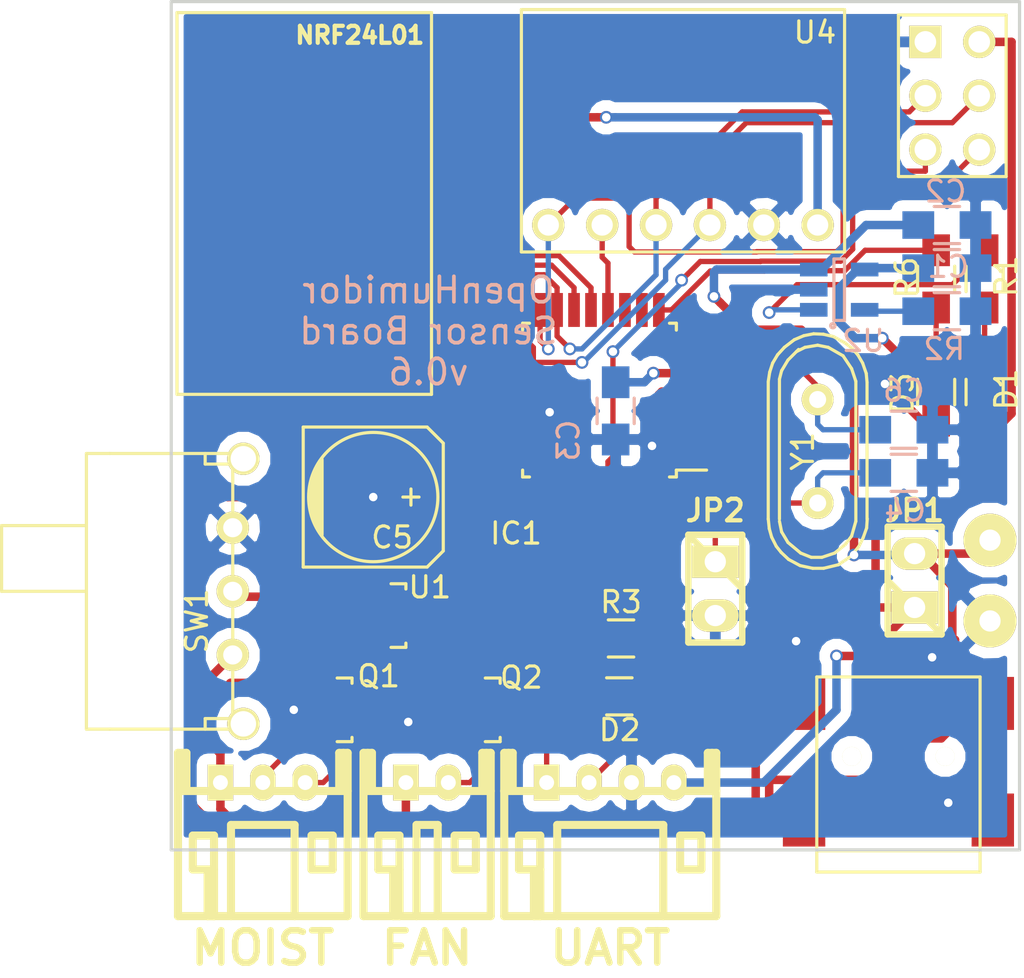
<source format=kicad_pcb>
(kicad_pcb (version 4) (host pcbnew 4.0.2+e4-6225~38~ubuntu14.04.1-stable)

  (general
    (links 78)
    (no_connects 0)
    (area 117.614999 58.293 169.283 104.46954)
    (thickness 1.6)
    (drawings 6)
    (tracks 358)
    (zones 0)
    (modules 30)
    (nets 44)
  )

  (page A4)
  (layers
    (0 F.Cu signal)
    (31 B.Cu signal hide)
    (32 B.Adhes user hide)
    (33 F.Adhes user hide)
    (34 B.Paste user hide)
    (35 F.Paste user)
    (36 B.SilkS user hide)
    (37 F.SilkS user)
    (38 B.Mask user hide)
    (39 F.Mask user)
    (40 Dwgs.User user)
    (41 Cmts.User user hide)
    (42 Eco1.User user hide)
    (43 Eco2.User user hide)
    (44 Edge.Cuts user)
    (45 Margin user hide)
    (46 B.CrtYd user hide)
    (47 F.CrtYd user hide)
    (48 B.Fab user hide)
    (49 F.Fab user hide)
  )

  (setup
    (last_trace_width 0.25)
    (trace_clearance 0.2)
    (zone_clearance 0.508)
    (zone_45_only yes)
    (trace_min 0.2)
    (segment_width 0.2)
    (edge_width 0.15)
    (via_size 0.6)
    (via_drill 0.4)
    (via_min_size 0.4)
    (via_min_drill 0.3)
    (uvia_size 0.3)
    (uvia_drill 0.1)
    (uvias_allowed no)
    (uvia_min_size 0.2)
    (uvia_min_drill 0.1)
    (pcb_text_width 0.3)
    (pcb_text_size 1.5 1.5)
    (mod_edge_width 0.15)
    (mod_text_size 1 1)
    (mod_text_width 0.15)
    (pad_size 1.524 1.524)
    (pad_drill 0.9)
    (pad_to_mask_clearance 0.2)
    (aux_axis_origin 125.89 98.425)
    (grid_origin 156.624 78.486)
    (visible_elements FFFE4A3F)
    (pcbplotparams
      (layerselection 0x010f0_80000001)
      (usegerberextensions false)
      (excludeedgelayer true)
      (linewidth 0.150000)
      (plotframeref false)
      (viasonmask false)
      (mode 1)
      (useauxorigin false)
      (hpglpennumber 1)
      (hpglpenspeed 20)
      (hpglpendiameter 15)
      (hpglpenoverlay 2)
      (psnegative false)
      (psa4output false)
      (plotreference true)
      (plotvalue true)
      (plotinvisibletext false)
      (padsonsilk false)
      (subtractmaskfromsilk false)
      (outputformat 5)
      (mirror false)
      (drillshape 0)
      (scaleselection 1)
      (outputdirectory gerber))
  )

  (net 0 "")
  (net 1 +5V)
  (net 2 BAT-)
  (net 3 +3V3)
  (net 4 BAT+)
  (net 5 "Net-(D1-Pad2)")
  (net 6 "Net-(D3-Pad1)")
  (net 7 UART_RX)
  (net 8 RESET)
  (net 9 MISO)
  (net 10 MOSI)
  (net 11 SCK)
  (net 12 NRF_CSN)
  (net 13 SWITCH_MOIST)
  (net 14 "Net-(P5-Pad2)")
  (net 15 "Net-(U3-Pad8)")
  (net 16 "Net-(CON1-Pad2)")
  (net 17 "Net-(CON1-Pad3)")
  (net 18 "Net-(CON1-Pad4)")
  (net 19 "Net-(R1-Pad1)")
  (net 20 "Net-(R2-Pad2)")
  (net 21 DATA_MOIST)
  (net 22 SENS_CALIB)
  (net 23 NRF_CE)
  (net 24 "Net-(D2-Pad2)")
  (net 25 VCC)
  (net 26 "Net-(IC1-Pad1)")
  (net 27 "Net-(IC1-Pad2)")
  (net 28 "Net-(IC1-Pad9)")
  (net 29 "Net-(IC1-Pad10)")
  (net 30 "Net-(IC1-Pad11)")
  (net 31 "Net-(IC1-Pad18)")
  (net 32 "Net-(IC1-Pad19)")
  (net 33 "Net-(IC1-Pad20)")
  (net 34 "Net-(IC1-Pad22)")
  (net 35 "Net-(IC1-Pad23)")
  (net 36 "Net-(IC1-Pad24)")
  (net 37 "Net-(IC1-Pad25)")
  (net 38 UART_TX)
  (net 39 "Net-(C4-Pad2)")
  (net 40 "Net-(C6-Pad2)")
  (net 41 HYG_CS)
  (net 42 SWITCH_FAN)
  (net 43 "Net-(P4-Pad3)")

  (net_class Default "This is the default net class."
    (clearance 0.2)
    (trace_width 0.25)
    (via_dia 0.6)
    (via_drill 0.4)
    (uvia_dia 0.3)
    (uvia_drill 0.1)
    (add_net DATA_MOIST)
    (add_net HYG_CS)
    (add_net MISO)
    (add_net MOSI)
    (add_net NRF_CE)
    (add_net NRF_CSN)
    (add_net "Net-(C4-Pad2)")
    (add_net "Net-(C6-Pad2)")
    (add_net "Net-(CON1-Pad2)")
    (add_net "Net-(CON1-Pad3)")
    (add_net "Net-(CON1-Pad4)")
    (add_net "Net-(D1-Pad2)")
    (add_net "Net-(D2-Pad2)")
    (add_net "Net-(D3-Pad1)")
    (add_net "Net-(IC1-Pad1)")
    (add_net "Net-(IC1-Pad10)")
    (add_net "Net-(IC1-Pad11)")
    (add_net "Net-(IC1-Pad18)")
    (add_net "Net-(IC1-Pad19)")
    (add_net "Net-(IC1-Pad2)")
    (add_net "Net-(IC1-Pad20)")
    (add_net "Net-(IC1-Pad22)")
    (add_net "Net-(IC1-Pad23)")
    (add_net "Net-(IC1-Pad24)")
    (add_net "Net-(IC1-Pad25)")
    (add_net "Net-(IC1-Pad9)")
    (add_net "Net-(P4-Pad3)")
    (add_net "Net-(P5-Pad2)")
    (add_net "Net-(R1-Pad1)")
    (add_net "Net-(R2-Pad2)")
    (add_net "Net-(U3-Pad8)")
    (add_net RESET)
    (add_net SCK)
    (add_net SENS_CALIB)
    (add_net SWITCH_FAN)
    (add_net SWITCH_MOIST)
    (add_net UART_RX)
    (add_net UART_TX)
  )

  (net_class Power ""
    (clearance 0.2)
    (trace_width 0.4)
    (via_dia 0.6)
    (via_drill 0.4)
    (uvia_dia 0.3)
    (uvia_drill 0.1)
    (add_net +3V3)
    (add_net +5V)
    (add_net BAT+)
    (add_net BAT-)
    (add_net VCC)
  )

  (module w_conn_jst-ph:s4b-ph-kl (layer F.Cu) (tedit 578131D0) (tstamp 577D152D)
    (at 146.591 95.25)
    (descr "JST PH series connector, S4B-PH-KL")
    (path /55A59468)
    (fp_text reference "" (at 0 -2.79908) (layer F.SilkS)
      (effects (font (thickness 0.3048)))
    )
    (fp_text value UART (at 0 7.80034) (layer F.SilkS)
      (effects (font (thickness 0.3048)))
    )
    (fp_line (start -3.29946 4.09956) (end -3.29946 6.2992) (layer F.SilkS) (width 0.381))
    (fp_line (start -3.29946 6.2992) (end -3.59918 6.2992) (layer F.SilkS) (width 0.381))
    (fp_line (start -3.59918 6.2992) (end -3.59918 4.09956) (layer F.SilkS) (width 0.381))
    (fp_line (start 2.49936 1.99898) (end -2.49936 1.99898) (layer F.SilkS) (width 0.381))
    (fp_line (start -5.00126 6.2992) (end 5.00126 6.2992) (layer F.SilkS) (width 0.381))
    (fp_line (start -5.00126 0.39878) (end 5.00126 0.39878) (layer F.SilkS) (width 0.381))
    (fp_line (start 2.49936 1.99898) (end 2.49936 6.2992) (layer F.SilkS) (width 0.381))
    (fp_line (start -2.5019 1.99898) (end -2.5019 6.2992) (layer F.SilkS) (width 0.381))
    (fp_line (start 3.29692 4.09956) (end 3.29692 2.49936) (layer F.SilkS) (width 0.381))
    (fp_line (start 4.29768 4.09956) (end 3.29692 4.09956) (layer F.SilkS) (width 0.381))
    (fp_line (start 4.29768 2.49936) (end 4.29768 4.09956) (layer F.SilkS) (width 0.381))
    (fp_line (start 3.29692 2.49936) (end 4.29768 2.49936) (layer F.SilkS) (width 0.381))
    (fp_line (start -4.30276 2.49936) (end -3.302 2.49936) (layer F.SilkS) (width 0.381))
    (fp_line (start -3.302 2.49936) (end -3.302 4.09956) (layer F.SilkS) (width 0.381))
    (fp_line (start -3.302 4.09956) (end -4.30276 4.09956) (layer F.SilkS) (width 0.381))
    (fp_line (start -4.30276 4.09956) (end -4.30276 2.49936) (layer F.SilkS) (width 0.381))
    (fp_line (start 4.79806 -1.39954) (end 4.79806 0.39878) (layer F.SilkS) (width 0.381))
    (fp_line (start -4.79806 -1.39954) (end -4.79806 0.39878) (layer F.SilkS) (width 0.381))
    (fp_line (start 4.99872 6.2992) (end 4.99872 -1.39954) (layer F.SilkS) (width 0.381))
    (fp_line (start 4.99872 -1.39954) (end 4.59994 -1.39954) (layer F.SilkS) (width 0.381))
    (fp_line (start 4.59994 -1.39954) (end 4.59994 0.39878) (layer F.SilkS) (width 0.381))
    (fp_line (start -4.59994 0.39878) (end -4.59994 -1.39954) (layer F.SilkS) (width 0.381))
    (fp_line (start -4.59994 -1.39954) (end -4.99872 -1.39954) (layer F.SilkS) (width 0.381))
    (fp_line (start -4.99872 -1.39954) (end -4.99872 6.2992) (layer F.SilkS) (width 0.381))
    (pad 1 thru_hole rect (at -2.99974 0) (size 1.19888 1.69926) (drill 0.70104) (layers *.Cu *.Mask F.SilkS)
      (net 24 "Net-(D2-Pad2)"))
    (pad 2 thru_hole oval (at -1.00076 0) (size 1.19888 1.69926) (drill 0.70104) (layers *.Cu *.Mask F.SilkS)
      (net 38 UART_TX))
    (pad 3 thru_hole oval (at 1.00076 0) (size 1.19888 1.69926) (drill 0.70104) (layers *.Cu *.Mask F.SilkS)
      (net 2 BAT-))
    (pad 4 thru_hole oval (at 2.99974 0) (size 1.19888 1.69926) (drill 0.70104) (layers *.Cu *.Mask F.SilkS)
      (net 1 +5V))
    (model walter/conn_jst-ph/s4b-ph-kl.wrl
      (at (xyz 0 0 0))
      (scale (xyz 1 1 1))
      (rotate (xyz 0 0 0))
    )
  )

  (module w_conn_jst-ph:s2b-ph-kl (layer F.Cu) (tedit 578131CD) (tstamp 577D153A)
    (at 137.955 95.25)
    (descr "JST PH series connector, S2B-PH-KL")
    (path /55BE8E71)
    (fp_text reference "" (at 0 -2.79908) (layer F.SilkS)
      (effects (font (thickness 0.3048)))
    )
    (fp_text value FAN (at 0 7.80034) (layer F.SilkS)
      (effects (font (thickness 0.3048)))
    )
    (fp_line (start -1.30048 4.09956) (end -1.30048 6.2992) (layer F.SilkS) (width 0.381))
    (fp_line (start -1.30048 6.2992) (end -1.6002 6.2992) (layer F.SilkS) (width 0.381))
    (fp_line (start -1.6002 6.2992) (end -1.6002 4.09956) (layer F.SilkS) (width 0.381))
    (fp_line (start 0.50038 1.99898) (end 0.50038 6.2992) (layer F.SilkS) (width 0.381))
    (fp_line (start -0.50038 1.99898) (end -0.50038 6.2992) (layer F.SilkS) (width 0.381))
    (fp_line (start 0.50038 1.99898) (end -0.50038 1.99898) (layer F.SilkS) (width 0.381))
    (fp_line (start 1.29794 4.09956) (end 1.29794 2.49936) (layer F.SilkS) (width 0.381))
    (fp_line (start 2.2987 4.09956) (end 1.29794 4.09956) (layer F.SilkS) (width 0.381))
    (fp_line (start 2.2987 2.49936) (end 2.2987 4.09956) (layer F.SilkS) (width 0.381))
    (fp_line (start 1.29794 2.49936) (end 2.2987 2.49936) (layer F.SilkS) (width 0.381))
    (fp_line (start -2.30124 2.49936) (end -1.30048 2.49936) (layer F.SilkS) (width 0.381))
    (fp_line (start -1.30048 2.49936) (end -1.30048 4.09956) (layer F.SilkS) (width 0.381))
    (fp_line (start -1.30048 4.09956) (end -2.30124 4.09956) (layer F.SilkS) (width 0.381))
    (fp_line (start -2.30124 4.09956) (end -2.30124 2.49936) (layer F.SilkS) (width 0.381))
    (fp_line (start 2.99974 0.39878) (end -2.99974 0.39878) (layer F.SilkS) (width 0.381))
    (fp_line (start 2.79908 -1.39954) (end 2.79908 0.39878) (layer F.SilkS) (width 0.381))
    (fp_line (start -2.79908 -1.39954) (end -2.79908 0.39878) (layer F.SilkS) (width 0.381))
    (fp_line (start -2.99974 6.2992) (end 2.99974 6.2992) (layer F.SilkS) (width 0.381))
    (fp_line (start 2.99974 6.2992) (end 2.99974 -1.39954) (layer F.SilkS) (width 0.381))
    (fp_line (start 2.99974 -1.39954) (end 2.60096 -1.39954) (layer F.SilkS) (width 0.381))
    (fp_line (start 2.60096 -1.39954) (end 2.60096 0.39878) (layer F.SilkS) (width 0.381))
    (fp_line (start -2.60096 0.39878) (end -2.60096 -1.39954) (layer F.SilkS) (width 0.381))
    (fp_line (start -2.60096 -1.39954) (end -2.99974 -1.39954) (layer F.SilkS) (width 0.381))
    (fp_line (start -2.99974 -1.39954) (end -2.99974 6.2992) (layer F.SilkS) (width 0.381))
    (pad 1 thru_hole rect (at -1.00076 0) (size 1.19888 1.69926) (drill 0.70104) (layers *.Cu *.Mask F.SilkS)
      (net 25 VCC))
    (pad 2 thru_hole oval (at 1.00076 0) (size 1.19888 1.69926) (drill 0.70104) (layers *.Cu *.Mask F.SilkS)
      (net 14 "Net-(P5-Pad2)"))
    (model walter/conn_jst-ph/s2b-ph-kl.wrl
      (at (xyz 0 0 0))
      (scale (xyz 1 1 1))
      (rotate (xyz 0 0 0))
    )
  )

  (module Housings_SOT-23_SOT-143_TSOT-6:SOT-23_Handsoldering (layer F.Cu) (tedit 578131E0) (tstamp 55BE84A6)
    (at 133.764 91.821 270)
    (descr "SOT-23, Handsoldering")
    (tags SOT-23)
    (path /55A5899A)
    (attr smd)
    (fp_text reference Q1 (at -1.5875 -1.905 360) (layer F.SilkS)
      (effects (font (size 1 1) (thickness 0.15)))
    )
    (fp_text value Q_NPN_BEC (at 0 3.81 270) (layer F.Fab)
      (effects (font (size 1 1) (thickness 0.15)))
    )
    (fp_line (start -1.49982 0.0508) (end -1.49982 -0.65024) (layer F.SilkS) (width 0.15))
    (fp_line (start -1.49982 -0.65024) (end -1.2509 -0.65024) (layer F.SilkS) (width 0.15))
    (fp_line (start 1.29916 -0.65024) (end 1.49982 -0.65024) (layer F.SilkS) (width 0.15))
    (fp_line (start 1.49982 -0.65024) (end 1.49982 0.0508) (layer F.SilkS) (width 0.15))
    (pad 1 smd rect (at -0.95 1.50114 270) (size 0.8001 1.80086) (layers F.Cu F.Paste F.Mask)
      (net 13 SWITCH_MOIST))
    (pad 2 smd rect (at 0.95 1.50114 270) (size 0.8001 1.80086) (layers F.Cu F.Paste F.Mask)
      (net 2 BAT-))
    (pad 3 smd rect (at 0 -1.50114 270) (size 0.8001 1.80086) (layers F.Cu F.Paste F.Mask)
      (net 43 "Net-(P4-Pad3)"))
    (model Housings_SOT-23_SOT-143_TSOT-6.3dshapes/SOT-23_Handsoldering.wrl
      (at (xyz 0 0 0))
      (scale (xyz 1 1 1))
      (rotate (xyz 0 0 0))
    )
  )

  (module Housings_SOT-23_SOT-143_TSOT-6:SOT-23_Handsoldering (layer F.Cu) (tedit 578131DE) (tstamp 55BE84AD)
    (at 140.749 91.821 270)
    (descr "SOT-23, Handsoldering")
    (tags SOT-23)
    (path /55A580FB)
    (attr smd)
    (fp_text reference Q2 (at -1.524 -1.651 360) (layer F.SilkS)
      (effects (font (size 1 1) (thickness 0.15)))
    )
    (fp_text value Q_NPN_BEC (at 0 3.81 270) (layer F.Fab)
      (effects (font (size 1 1) (thickness 0.15)))
    )
    (fp_line (start -1.49982 0.0508) (end -1.49982 -0.65024) (layer F.SilkS) (width 0.15))
    (fp_line (start -1.49982 -0.65024) (end -1.2509 -0.65024) (layer F.SilkS) (width 0.15))
    (fp_line (start 1.29916 -0.65024) (end 1.49982 -0.65024) (layer F.SilkS) (width 0.15))
    (fp_line (start 1.49982 -0.65024) (end 1.49982 0.0508) (layer F.SilkS) (width 0.15))
    (pad 1 smd rect (at -0.95 1.50114 270) (size 0.8001 1.80086) (layers F.Cu F.Paste F.Mask)
      (net 42 SWITCH_FAN))
    (pad 2 smd rect (at 0.95 1.50114 270) (size 0.8001 1.80086) (layers F.Cu F.Paste F.Mask)
      (net 2 BAT-))
    (pad 3 smd rect (at 0 -1.50114 270) (size 0.8001 1.80086) (layers F.Cu F.Paste F.Mask)
      (net 14 "Net-(P5-Pad2)"))
    (model Housings_SOT-23_SOT-143_TSOT-6.3dshapes/SOT-23_Handsoldering.wrl
      (at (xyz 0 0 0))
      (scale (xyz 1 1 1))
      (rotate (xyz 0 0 0))
    )
  )

  (module Housings_SOT-23_SOT-143_TSOT-6:SOT-23_Handsoldering (layer F.Cu) (tedit 578131A0) (tstamp 55BE84D2)
    (at 136.304 87.376 270)
    (descr "SOT-23, Handsoldering")
    (tags SOT-23)
    (path /55A5FDBB)
    (attr smd)
    (fp_text reference U1 (at -1.3335 -1.778 360) (layer F.SilkS)
      (effects (font (size 1 1) (thickness 0.15)))
    )
    (fp_text value MCP1700 (at 0 3.81 270) (layer F.Fab)
      (effects (font (size 1 1) (thickness 0.15)))
    )
    (fp_line (start -1.49982 0.0508) (end -1.49982 -0.65024) (layer F.SilkS) (width 0.15))
    (fp_line (start -1.49982 -0.65024) (end -1.2509 -0.65024) (layer F.SilkS) (width 0.15))
    (fp_line (start 1.29916 -0.65024) (end 1.49982 -0.65024) (layer F.SilkS) (width 0.15))
    (fp_line (start 1.49982 -0.65024) (end 1.49982 0.0508) (layer F.SilkS) (width 0.15))
    (pad 1 smd rect (at -0.95 1.50114 270) (size 0.8001 1.80086) (layers F.Cu F.Paste F.Mask)
      (net 2 BAT-))
    (pad 2 smd rect (at 0.95 1.50114 270) (size 0.8001 1.80086) (layers F.Cu F.Paste F.Mask)
      (net 3 +3V3))
    (pad 3 smd rect (at 0 -1.50114 270) (size 0.8001 1.80086) (layers F.Cu F.Paste F.Mask)
      (net 25 VCC))
    (model Housings_SOT-23_SOT-143_TSOT-6.3dshapes/SOT-23_Handsoldering.wrl
      (at (xyz 0 0 0))
      (scale (xyz 1 1 1))
      (rotate (xyz 0 0 0))
    )
  )

  (module ownprints:nrf24l01_mini (layer F.Cu) (tedit 568C1AFE) (tstamp 55BE84EB)
    (at 130.462 67.945)
    (descr "Footprint for Chinese nRF24L01+ module")
    (tags CONN)
    (path /55BE50AD)
    (fp_text reference U3 (at 7.747 10.287) (layer F.SilkS) hide
      (effects (font (size 1.016 1.016) (thickness 0.2032)))
    )
    (fp_text value nRF24L01+ (at 5.4035 7.2896) (layer F.SilkS) hide
      (effects (font (size 1.016 1.016) (thickness 0.2032)))
    )
    (fp_line (start -4.3 9) (end -4.3 -9) (layer F.SilkS) (width 0.15))
    (fp_line (start -4.3 -9) (end 7.7 -9) (layer F.SilkS) (width 0.15))
    (fp_line (start 7.7 -9) (end 7.7 9) (layer F.SilkS) (width 0.15))
    (fp_line (start 7.7 9) (end -4.3 9) (layer F.SilkS) (width 0.15))
    (pad 1 smd circle (at -2.7 9.1) (size 0.8 0.8) (layers F.Cu F.Paste F.Mask)
      (net 3 +3V3))
    (pad 2 smd circle (at -1.4265 9.0896) (size 0.8 0.8) (layers F.Cu F.Paste F.Mask)
      (net 2 BAT-))
    (pad 3 smd circle (at -0.1565 9.0896) (size 0.8 0.8) (layers F.Cu F.Paste F.Mask)
      (net 23 NRF_CE))
    (pad 4 smd circle (at 1.1135 9.0896) (size 0.8 0.8) (layers F.Cu F.Paste F.Mask)
      (net 12 NRF_CSN))
    (pad 5 smd circle (at 2.3835 9.0896) (size 0.8 0.8) (layers F.Cu F.Paste F.Mask)
      (net 11 SCK))
    (pad 6 smd circle (at 3.6535 9.0896) (size 0.8 0.8) (layers F.Cu F.Paste F.Mask)
      (net 10 MOSI))
    (pad 7 smd circle (at 4.9235 9.0896) (size 0.8 0.8) (layers F.Cu F.Paste F.Mask)
      (net 9 MISO))
    (pad 8 smd circle (at 6.1935 9.0896) (size 0.8 0.8) (layers F.Cu F.Paste F.Mask)
      (net 15 "Net-(U3-Pad8)"))
    (model pin_array/pins_array_4x2.wrl
      (at (xyz 0 0 0))
      (scale (xyz 1 1 1))
      (rotate (xyz 0 0 0))
    )
  )

  (module Connect:USB_Mini-B (layer F.Cu) (tedit 568C1B8D) (tstamp 55BFCA28)
    (at 160.18 94.869 90)
    (descr "USB Mini-B 5-pin SMD connector")
    (tags "USB USB_B USB_Mini connector")
    (path /55BFFF8C)
    (attr smd)
    (fp_text reference CON1 (at 6.096 -0.127 180) (layer F.SilkS) hide
      (effects (font (size 1 1) (thickness 0.15)))
    )
    (fp_text value USB-MINI-B (at 0 -7.0993 90) (layer F.Fab)
      (effects (font (size 1 1) (thickness 0.15)))
    )
    (fp_line (start -4.85 -5.7) (end 4.85 -5.7) (layer F.CrtYd) (width 0.05))
    (fp_line (start 4.85 -5.7) (end 4.85 5.7) (layer F.CrtYd) (width 0.05))
    (fp_line (start 4.85 5.7) (end -4.85 5.7) (layer F.CrtYd) (width 0.05))
    (fp_line (start -4.85 5.7) (end -4.85 -5.7) (layer F.CrtYd) (width 0.05))
    (fp_line (start -3.59918 -3.85064) (end -3.59918 3.85064) (layer F.SilkS) (width 0.15))
    (fp_line (start -4.59994 -3.85064) (end -4.59994 3.85064) (layer F.SilkS) (width 0.15))
    (fp_line (start -4.59994 3.85064) (end 4.59994 3.85064) (layer F.SilkS) (width 0.15))
    (fp_line (start 4.59994 3.85064) (end 4.59994 -3.85064) (layer F.SilkS) (width 0.15))
    (fp_line (start 4.59994 -3.85064) (end -4.59994 -3.85064) (layer F.SilkS) (width 0.15))
    (pad 1 smd rect (at 3.44932 -1.6002 90) (size 2.30124 0.50038) (layers F.Cu F.Paste F.Mask)
      (net 1 +5V))
    (pad 2 smd rect (at 3.44932 -0.8001 90) (size 2.30124 0.50038) (layers F.Cu F.Paste F.Mask)
      (net 16 "Net-(CON1-Pad2)"))
    (pad 3 smd rect (at 3.44932 0 90) (size 2.30124 0.50038) (layers F.Cu F.Paste F.Mask)
      (net 17 "Net-(CON1-Pad3)"))
    (pad 4 smd rect (at 3.44932 0.8001 90) (size 2.30124 0.50038) (layers F.Cu F.Paste F.Mask)
      (net 18 "Net-(CON1-Pad4)"))
    (pad 5 smd rect (at 3.44932 1.6002 90) (size 2.30124 0.50038) (layers F.Cu F.Paste F.Mask)
      (net 2 BAT-))
    (pad 6 smd rect (at 3.35026 -4.45008 90) (size 2.49936 1.99898) (layers F.Cu F.Paste F.Mask)
      (net 2 BAT-))
    (pad 6 smd rect (at -2.14884 -4.45008 90) (size 2.49936 1.99898) (layers F.Cu F.Paste F.Mask)
      (net 2 BAT-))
    (pad 6 smd rect (at 3.35026 4.45008 90) (size 2.49936 1.99898) (layers F.Cu F.Paste F.Mask)
      (net 2 BAT-))
    (pad 6 smd rect (at -2.14884 4.45008 90) (size 2.49936 1.99898) (layers F.Cu F.Paste F.Mask)
      (net 2 BAT-))
    (pad "" np_thru_hole circle (at 0.8509 -2.19964 90) (size 0.89916 0.89916) (drill 0.89916) (layers *.Cu *.Mask F.SilkS))
    (pad "" np_thru_hole circle (at 0.8509 2.19964 90) (size 0.89916 0.89916) (drill 0.89916) (layers *.Cu *.Mask F.SilkS))
  )

  (module ownprints:SOT-23-5_handsoldering (layer B.Cu) (tedit 5781323F) (tstamp 55E6F777)
    (at 157.386 72.009)
    (descr "5-pin SOT23 package")
    (tags SOT-23-5)
    (path /55E6F475)
    (attr smd)
    (fp_text reference U2 (at 1.143 2.413) (layer B.SilkS)
      (effects (font (size 1 1) (thickness 0.15)) (justify mirror))
    )
    (fp_text value MCP73831 (at -0.05 -2.35) (layer B.Fab)
      (effects (font (size 1 1) (thickness 0.15)) (justify mirror))
    )
    (fp_line (start -1.8 1.6) (end 1.8 1.6) (layer B.CrtYd) (width 0.05))
    (fp_line (start 1.8 1.6) (end 1.8 -1.6) (layer B.CrtYd) (width 0.05))
    (fp_line (start 1.8 -1.6) (end -1.8 -1.6) (layer B.CrtYd) (width 0.05))
    (fp_line (start -1.8 -1.6) (end -1.8 1.6) (layer B.CrtYd) (width 0.05))
    (fp_circle (center -0.3 1.7) (end -0.2 1.7) (layer B.SilkS) (width 0.15))
    (fp_line (start 0.25 1.45) (end -0.25 1.45) (layer B.SilkS) (width 0.15))
    (fp_line (start 0.25 -1.45) (end 0.25 1.45) (layer B.SilkS) (width 0.15))
    (fp_line (start -0.25 -1.45) (end 0.25 -1.45) (layer B.SilkS) (width 0.15))
    (fp_line (start -0.25 1.45) (end -0.25 -1.45) (layer B.SilkS) (width 0.15))
    (pad 1 smd rect (at -1.2 0.95) (size 1.3 0.65) (layers B.Cu B.Paste B.Mask)
      (net 19 "Net-(R1-Pad1)"))
    (pad 2 smd rect (at -1.2 0) (size 1.3 0.65) (layers B.Cu B.Paste B.Mask)
      (net 2 BAT-))
    (pad 3 smd rect (at -1.2 -0.95) (size 1.3 0.65) (layers B.Cu B.Paste B.Mask)
      (net 4 BAT+))
    (pad 4 smd rect (at 1.2 -0.95) (size 1.3 0.65) (layers B.Cu B.Paste B.Mask)
      (net 1 +5V))
    (pad 5 smd rect (at 1.2 0.95) (size 1.3 0.65) (layers B.Cu B.Paste B.Mask)
      (net 20 "Net-(R2-Pad2)"))
    (model Housings_SOT-23_SOT-143_TSOT-6.3dshapes/SOT-23-5.wrl
      (at (xyz 0 0 0))
      (scale (xyz 0.11 0.11 0.11))
      (rotate (xyz 0 0 90))
    )
  )

  (module ownprints:2x3_pin_header (layer F.Cu) (tedit 568C1B86) (tstamp 56840F7E)
    (at 162.72 64.135 270)
    (descr "Footprint for Chinese nRF24L01+ module")
    (tags CONN)
    (path /55A5EFF2)
    (fp_text reference P1 (at 0 -3.81 270) (layer F.SilkS) hide
      (effects (font (size 1.016 1.016) (thickness 0.2032)))
    )
    (fp_text value ICSP (at 2.54 3.81 270) (layer F.SilkS) hide
      (effects (font (size 1.016 1.016) (thickness 0.2032)))
    )
    (fp_line (start -5.08 -2.54) (end -5.08 2.54) (layer F.SilkS) (width 0.15))
    (fp_line (start -5.08 2.54) (end 2.54 2.54) (layer F.SilkS) (width 0.15))
    (fp_line (start 2.54 2.54) (end 2.54 -2.54) (layer F.SilkS) (width 0.15))
    (fp_line (start 2.54 -2.54) (end -5.08 -2.54) (layer F.SilkS) (width 0.15))
    (pad 1 thru_hole rect (at -3.81 1.27 270) (size 1.524 1.524) (drill 1.016) (layers *.Cu *.Mask F.SilkS)
      (net 2 BAT-))
    (pad 2 thru_hole circle (at -3.81 -1.27 270) (size 1.524 1.524) (drill 1.016) (layers *.Cu *.Mask F.SilkS)
      (net 1 +5V))
    (pad 3 thru_hole circle (at -1.27 1.27 270) (size 1.524 1.524) (drill 1.016) (layers *.Cu *.Mask F.SilkS)
      (net 10 MOSI))
    (pad 4 thru_hole circle (at -1.27 -1.27 270) (size 1.524 1.524) (drill 1.016) (layers *.Cu *.Mask F.SilkS)
      (net 11 SCK))
    (pad 5 thru_hole circle (at 1.27 1.27 270) (size 1.524 1.524) (drill 1.016) (layers *.Cu *.Mask F.SilkS)
      (net 9 MISO))
    (pad 6 thru_hole circle (at 1.27 -1.27 270) (size 1.524 1.524) (drill 1.016) (layers *.Cu *.Mask F.SilkS)
      (net 8 RESET))
    (model pin_array/pins_array_4x2.wrl
      (at (xyz 0 0 0))
      (scale (xyz 1 1 1))
      (rotate (xyz 0 0 0))
    )
  )

  (module ownprints:solderpad2x (layer F.Cu) (tedit 568C1DB3) (tstamp 56840F84)
    (at 164.498 85.725 270)
    (path /55BEB026)
    (fp_text reference P2 (at 0 -3.81 270) (layer F.SilkS) hide
      (effects (font (size 1 1) (thickness 0.15)))
    )
    (fp_text value BATTERY (at 0.635 3.81 270) (layer F.Fab)
      (effects (font (size 1 1) (thickness 0.15)))
    )
    (pad 1 thru_hole circle (at -1.905 0 270) (size 2.49936 2.49936) (drill 1.00076) (layers *.Cu *.Mask F.SilkS)
      (net 4 BAT+))
    (pad 2 thru_hole circle (at 1.905 0 270) (size 2.49936 2.49936) (drill 1.00076) (layers *.Cu *.Mask F.SilkS)
      (net 2 BAT-))
  )

  (module w_pinstrip:pin_strip_2 (layer F.Cu) (tedit 5781314C) (tstamp 568416E3)
    (at 160.942 85.725 90)
    (descr "Pin strip 2pin")
    (tags "CONN DEV")
    (path /5677F9B8)
    (fp_text reference JP1 (at 3.302 0 360) (layer F.SilkS)
      (effects (font (size 1.016 1.016) (thickness 0.2032)))
    )
    (fp_text value JUMPER (at 0.254 -3.556 90) (layer F.SilkS) hide
      (effects (font (size 1.016 0.889) (thickness 0.2032)))
    )
    (fp_line (start -2.54 1.27) (end 0 -1.27) (layer F.SilkS) (width 0.3048))
    (fp_line (start 2.54 1.27) (end -2.54 1.27) (layer F.SilkS) (width 0.3048))
    (fp_line (start -2.54 -1.27) (end 2.54 -1.27) (layer F.SilkS) (width 0.3048))
    (fp_line (start -2.54 1.27) (end -2.54 -1.27) (layer F.SilkS) (width 0.3048))
    (fp_line (start 2.54 -1.27) (end 2.54 1.27) (layer F.SilkS) (width 0.3048))
    (pad 1 thru_hole rect (at -1.27 0 90) (size 1.524 2.19964) (drill 1.00076) (layers *.Cu *.Mask F.SilkS)
      (net 1 +5V))
    (pad 2 thru_hole oval (at 1.27 0 90) (size 1.524 2.19964) (drill 1.00076) (layers *.Cu *.Mask F.SilkS)
      (net 4 BAT+))
    (model walter/pin_strip/pin_strip_2.wrl
      (at (xyz 0 0 0))
      (scale (xyz 1 1 1))
      (rotate (xyz 0 0 0))
    )
  )

  (module switch:SS12F23 (layer F.Cu) (tedit 5781319A) (tstamp 568416F2)
    (at 125.89 86.233 90)
    (path /5685453B)
    (fp_text reference SW1 (at -1.397 1.2065 90) (layer F.SilkS)
      (effects (font (size 1 1) (thickness 0.15)))
    )
    (fp_text value Switch_SPDT_x2 (at 0 -0.5 90) (layer F.Fab)
      (effects (font (size 1 1) (thickness 0.15)))
    )
    (fp_line (start 0 -4) (end 0 -8) (layer F.SilkS) (width 0.15))
    (fp_line (start 0 -8) (end 3.1 -8) (layer F.SilkS) (width 0.15))
    (fp_line (start 3.1 -8) (end 3.1 -4) (layer F.SilkS) (width 0.15))
    (fp_line (start 6.5 1.6) (end 6 1.6) (layer F.SilkS) (width 0.15))
    (fp_line (start 6 1.6) (end 6 2.9) (layer F.SilkS) (width 0.15))
    (fp_line (start -6.5 1.6) (end -6 1.6) (layer F.SilkS) (width 0.15))
    (fp_line (start -6 1.6) (end -6 2.9) (layer F.SilkS) (width 0.15))
    (fp_line (start 6.5 -2.9) (end 6.5 -4) (layer F.SilkS) (width 0.15))
    (fp_line (start -6.5 -2.9) (end -6.5 -4) (layer F.SilkS) (width 0.15))
    (fp_line (start 6.5 0) (end 6.5 -2.9) (layer F.SilkS) (width 0.15))
    (fp_line (start 6.5 -4) (end -6.5 -4) (layer F.SilkS) (width 0.15))
    (fp_line (start -6.5 -2.9) (end -6.5 2.9) (layer F.SilkS) (width 0.15))
    (fp_line (start -6.5 2.9) (end 6.5 2.9) (layer F.SilkS) (width 0.15))
    (fp_line (start 6.5 2.9) (end 6.5 0) (layer F.SilkS) (width 0.15))
    (pad 1 thru_hole circle (at -3 2.9 90) (size 1.524 1.524) (drill 0.9) (layers *.Cu *.Mask F.SilkS)
      (net 4 BAT+))
    (pad 2 thru_hole circle (at 0 2.9 90) (size 1.524 1.524) (drill 0.9) (layers *.Cu *.Mask F.SilkS)
      (net 25 VCC))
    (pad 3 thru_hole circle (at 3 2.9 90) (size 1.524 1.524) (drill 0.9) (layers *.Cu *.Mask F.SilkS)
      (net 2 BAT-))
    (pad "" thru_hole circle (at -6.25 3.4 90) (size 1.524 1.524) (drill 1.2) (layers *.Cu *.Mask F.SilkS))
    (pad "" thru_hole circle (at 6.25 3.4 90) (size 1.524 1.524) (drill 1.2) (layers *.Cu *.Mask F.SilkS))
  )

  (module w_conn_jst-ph:s3b-ph-kl (layer F.Cu) (tedit 578131C7) (tstamp 577D1534)
    (at 130.208 95.25)
    (descr "JST PH series connector, S3B-PH-KL")
    (path /55A58A35)
    (fp_text reference "" (at 0 -2.79908) (layer F.SilkS)
      (effects (font (thickness 0.3048)))
    )
    (fp_text value MOIST (at 0 7.80034) (layer F.SilkS)
      (effects (font (thickness 0.3048)))
    )
    (fp_line (start -2.30124 4.09956) (end -2.30124 6.2992) (layer F.SilkS) (width 0.381))
    (fp_line (start -2.30124 6.2992) (end -2.60096 6.2992) (layer F.SilkS) (width 0.381))
    (fp_line (start -2.60096 6.2992) (end -2.60096 4.09956) (layer F.SilkS) (width 0.381))
    (fp_line (start -4.0005 0.39878) (end 4.0005 0.39878) (layer F.SilkS) (width 0.381))
    (fp_line (start -1.50114 1.99898) (end 1.50114 1.99898) (layer F.SilkS) (width 0.381))
    (fp_line (start -4.0005 6.2992) (end 4.0005 6.2992) (layer F.SilkS) (width 0.381))
    (fp_line (start 1.4986 1.99898) (end 1.4986 6.2992) (layer F.SilkS) (width 0.381))
    (fp_line (start -1.50114 1.99898) (end -1.50114 6.2992) (layer F.SilkS) (width 0.381))
    (fp_line (start 2.29616 4.09956) (end 2.29616 2.49936) (layer F.SilkS) (width 0.381))
    (fp_line (start 3.29692 4.09956) (end 2.29616 4.09956) (layer F.SilkS) (width 0.381))
    (fp_line (start 3.29692 2.49936) (end 3.29692 4.09956) (layer F.SilkS) (width 0.381))
    (fp_line (start 2.29616 2.49936) (end 3.29692 2.49936) (layer F.SilkS) (width 0.381))
    (fp_line (start -3.302 2.49936) (end -2.30124 2.49936) (layer F.SilkS) (width 0.381))
    (fp_line (start -2.30124 2.49936) (end -2.30124 4.09956) (layer F.SilkS) (width 0.381))
    (fp_line (start -2.30124 4.09956) (end -3.302 4.09956) (layer F.SilkS) (width 0.381))
    (fp_line (start -3.302 4.09956) (end -3.302 2.49936) (layer F.SilkS) (width 0.381))
    (fp_line (start 3.79984 -1.39954) (end 3.79984 0.39878) (layer F.SilkS) (width 0.381))
    (fp_line (start -3.79984 -1.39954) (end -3.79984 0.39878) (layer F.SilkS) (width 0.381))
    (fp_line (start 4.0005 6.2992) (end 4.0005 -1.39954) (layer F.SilkS) (width 0.381))
    (fp_line (start 4.0005 -1.39954) (end 3.60172 -1.39954) (layer F.SilkS) (width 0.381))
    (fp_line (start 3.60172 -1.39954) (end 3.60172 0.39878) (layer F.SilkS) (width 0.381))
    (fp_line (start -3.60172 0.39878) (end -3.60172 -1.39954) (layer F.SilkS) (width 0.381))
    (fp_line (start -3.60172 -1.39954) (end -4.0005 -1.39954) (layer F.SilkS) (width 0.381))
    (fp_line (start -4.0005 -1.39954) (end -4.0005 6.2992) (layer F.SilkS) (width 0.381))
    (pad 1 thru_hole rect (at -1.99898 0) (size 1.19888 1.69926) (drill 0.70104) (layers *.Cu *.Mask F.SilkS)
      (net 25 VCC))
    (pad 2 thru_hole oval (at 0 0) (size 1.19888 1.69926) (drill 0.70104) (layers *.Cu *.Mask F.SilkS)
      (net 21 DATA_MOIST))
    (pad 3 thru_hole oval (at 1.99898 0) (size 1.19888 1.69926) (drill 0.70104) (layers *.Cu *.Mask F.SilkS)
      (net 43 "Net-(P4-Pad3)"))
    (model walter/conn_jst-ph/s3b-ph-kl.wrl
      (at (xyz 0 0 0))
      (scale (xyz 1 1 1))
      (rotate (xyz 0 0 0))
    )
  )

  (module Housings_QFP:TQFP-32_7x7mm_Pitch0.8mm (layer F.Cu) (tedit 57813132) (tstamp 577D1591)
    (at 146.083 77.216 180)
    (descr "32-Lead Plastic Thin Quad Flatpack (PT) - 7x7x1.0 mm Body, 2.00 mm [TQFP] (see Microchip Packaging Specification 00000049BS.pdf)")
    (tags "QFP 0.8")
    (path /577D1A3A)
    (attr smd)
    (fp_text reference IC1 (at 3.937 -6.2865 180) (layer F.SilkS)
      (effects (font (size 1 1) (thickness 0.15)))
    )
    (fp_text value ATMEGA328P-A (at 0 6.05 180) (layer F.Fab)
      (effects (font (size 1 1) (thickness 0.15)))
    )
    (fp_line (start -5.3 -5.3) (end -5.3 5.3) (layer F.CrtYd) (width 0.05))
    (fp_line (start 5.3 -5.3) (end 5.3 5.3) (layer F.CrtYd) (width 0.05))
    (fp_line (start -5.3 -5.3) (end 5.3 -5.3) (layer F.CrtYd) (width 0.05))
    (fp_line (start -5.3 5.3) (end 5.3 5.3) (layer F.CrtYd) (width 0.05))
    (fp_line (start -3.625 -3.625) (end -3.625 -3.3) (layer F.SilkS) (width 0.15))
    (fp_line (start 3.625 -3.625) (end 3.625 -3.3) (layer F.SilkS) (width 0.15))
    (fp_line (start 3.625 3.625) (end 3.625 3.3) (layer F.SilkS) (width 0.15))
    (fp_line (start -3.625 3.625) (end -3.625 3.3) (layer F.SilkS) (width 0.15))
    (fp_line (start -3.625 -3.625) (end -3.3 -3.625) (layer F.SilkS) (width 0.15))
    (fp_line (start -3.625 3.625) (end -3.3 3.625) (layer F.SilkS) (width 0.15))
    (fp_line (start 3.625 3.625) (end 3.3 3.625) (layer F.SilkS) (width 0.15))
    (fp_line (start 3.625 -3.625) (end 3.3 -3.625) (layer F.SilkS) (width 0.15))
    (fp_line (start -3.625 -3.3) (end -5.05 -3.3) (layer F.SilkS) (width 0.15))
    (pad 1 smd rect (at -4.25 -2.8 180) (size 1.6 0.55) (layers F.Cu F.Paste F.Mask)
      (net 26 "Net-(IC1-Pad1)"))
    (pad 2 smd rect (at -4.25 -2 180) (size 1.6 0.55) (layers F.Cu F.Paste F.Mask)
      (net 27 "Net-(IC1-Pad2)"))
    (pad 3 smd rect (at -4.25 -1.2 180) (size 1.6 0.55) (layers F.Cu F.Paste F.Mask)
      (net 2 BAT-))
    (pad 4 smd rect (at -4.25 -0.4 180) (size 1.6 0.55) (layers F.Cu F.Paste F.Mask)
      (net 25 VCC))
    (pad 5 smd rect (at -4.25 0.4 180) (size 1.6 0.55) (layers F.Cu F.Paste F.Mask)
      (net 2 BAT-))
    (pad 6 smd rect (at -4.25 1.2 180) (size 1.6 0.55) (layers F.Cu F.Paste F.Mask)
      (net 25 VCC))
    (pad 7 smd rect (at -4.25 2 180) (size 1.6 0.55) (layers F.Cu F.Paste F.Mask)
      (net 39 "Net-(C4-Pad2)"))
    (pad 8 smd rect (at -4.25 2.8 180) (size 1.6 0.55) (layers F.Cu F.Paste F.Mask)
      (net 40 "Net-(C6-Pad2)"))
    (pad 9 smd rect (at -2.8 4.25 270) (size 1.6 0.55) (layers F.Cu F.Paste F.Mask)
      (net 28 "Net-(IC1-Pad9)"))
    (pad 10 smd rect (at -2 4.25 270) (size 1.6 0.55) (layers F.Cu F.Paste F.Mask)
      (net 29 "Net-(IC1-Pad10)"))
    (pad 11 smd rect (at -1.2 4.25 270) (size 1.6 0.55) (layers F.Cu F.Paste F.Mask)
      (net 30 "Net-(IC1-Pad11)"))
    (pad 12 smd rect (at -0.4 4.25 270) (size 1.6 0.55) (layers F.Cu F.Paste F.Mask)
      (net 41 HYG_CS))
    (pad 13 smd rect (at 0.4 4.25 270) (size 1.6 0.55) (layers F.Cu F.Paste F.Mask)
      (net 23 NRF_CE))
    (pad 14 smd rect (at 1.2 4.25 270) (size 1.6 0.55) (layers F.Cu F.Paste F.Mask)
      (net 12 NRF_CSN))
    (pad 15 smd rect (at 2 4.25 270) (size 1.6 0.55) (layers F.Cu F.Paste F.Mask)
      (net 10 MOSI))
    (pad 16 smd rect (at 2.8 4.25 270) (size 1.6 0.55) (layers F.Cu F.Paste F.Mask)
      (net 9 MISO))
    (pad 17 smd rect (at 4.25 2.8 180) (size 1.6 0.55) (layers F.Cu F.Paste F.Mask)
      (net 11 SCK))
    (pad 18 smd rect (at 4.25 2 180) (size 1.6 0.55) (layers F.Cu F.Paste F.Mask)
      (net 31 "Net-(IC1-Pad18)"))
    (pad 19 smd rect (at 4.25 1.2 180) (size 1.6 0.55) (layers F.Cu F.Paste F.Mask)
      (net 32 "Net-(IC1-Pad19)"))
    (pad 20 smd rect (at 4.25 0.4 180) (size 1.6 0.55) (layers F.Cu F.Paste F.Mask)
      (net 33 "Net-(IC1-Pad20)"))
    (pad 21 smd rect (at 4.25 -0.4 180) (size 1.6 0.55) (layers F.Cu F.Paste F.Mask)
      (net 2 BAT-))
    (pad 22 smd rect (at 4.25 -1.2 180) (size 1.6 0.55) (layers F.Cu F.Paste F.Mask)
      (net 34 "Net-(IC1-Pad22)"))
    (pad 23 smd rect (at 4.25 -2 180) (size 1.6 0.55) (layers F.Cu F.Paste F.Mask)
      (net 35 "Net-(IC1-Pad23)"))
    (pad 24 smd rect (at 4.25 -2.8 180) (size 1.6 0.55) (layers F.Cu F.Paste F.Mask)
      (net 36 "Net-(IC1-Pad24)"))
    (pad 25 smd rect (at 2.8 -4.25 270) (size 1.6 0.55) (layers F.Cu F.Paste F.Mask)
      (net 37 "Net-(IC1-Pad25)"))
    (pad 26 smd rect (at 2 -4.25 270) (size 1.6 0.55) (layers F.Cu F.Paste F.Mask)
      (net 13 SWITCH_MOIST))
    (pad 27 smd rect (at 1.2 -4.25 270) (size 1.6 0.55) (layers F.Cu F.Paste F.Mask)
      (net 21 DATA_MOIST))
    (pad 28 smd rect (at 0.4 -4.25 270) (size 1.6 0.55) (layers F.Cu F.Paste F.Mask)
      (net 42 SWITCH_FAN))
    (pad 29 smd rect (at -0.4 -4.25 270) (size 1.6 0.55) (layers F.Cu F.Paste F.Mask)
      (net 8 RESET))
    (pad 30 smd rect (at -1.2 -4.25 270) (size 1.6 0.55) (layers F.Cu F.Paste F.Mask)
      (net 7 UART_RX))
    (pad 31 smd rect (at -2 -4.25 270) (size 1.6 0.55) (layers F.Cu F.Paste F.Mask)
      (net 38 UART_TX))
    (pad 32 smd rect (at -2.8 -4.25 270) (size 1.6 0.55) (layers F.Cu F.Paste F.Mask)
      (net 22 SENS_CALIB))
    (model Housings_QFP.3dshapes/TQFP-32_7x7mm_Pitch0.8mm.wrl
      (at (xyz 0 0 0))
      (scale (xyz 1 1 1))
      (rotate (xyz 0 0 0))
    )
  )

  (module Resistors_SMD:R_0805_HandSoldering (layer B.Cu) (tedit 57813259) (tstamp 577D1870)
    (at 162.466 70.993 180)
    (descr "Resistor SMD 0805, hand soldering")
    (tags "resistor 0805")
    (path /55A89876)
    (attr smd)
    (fp_text reference C1 (at -0.0635 0.0635 180) (layer B.SilkS)
      (effects (font (size 1 1) (thickness 0.15)) (justify mirror))
    )
    (fp_text value 4.7uF (at 0 -2.1 180) (layer B.Fab)
      (effects (font (size 1 1) (thickness 0.15)) (justify mirror))
    )
    (fp_line (start -2.4 1) (end 2.4 1) (layer B.CrtYd) (width 0.05))
    (fp_line (start -2.4 -1) (end 2.4 -1) (layer B.CrtYd) (width 0.05))
    (fp_line (start -2.4 1) (end -2.4 -1) (layer B.CrtYd) (width 0.05))
    (fp_line (start 2.4 1) (end 2.4 -1) (layer B.CrtYd) (width 0.05))
    (fp_line (start 0.6 -0.875) (end -0.6 -0.875) (layer B.SilkS) (width 0.15))
    (fp_line (start -0.6 0.875) (end 0.6 0.875) (layer B.SilkS) (width 0.15))
    (pad 1 smd rect (at -1.35 0 180) (size 1.5 1.3) (layers B.Cu B.Paste B.Mask)
      (net 2 BAT-))
    (pad 2 smd rect (at 1.35 0 180) (size 1.5 1.3) (layers B.Cu B.Paste B.Mask)
      (net 1 +5V))
    (model Resistors_SMD.3dshapes/R_0805_HandSoldering.wrl
      (at (xyz 0 0 0))
      (scale (xyz 1 1 1))
      (rotate (xyz 0 0 0))
    )
  )

  (module Resistors_SMD:R_0805_HandSoldering (layer B.Cu) (tedit 5781324B) (tstamp 577D1875)
    (at 162.466 68.961 180)
    (descr "Resistor SMD 0805, hand soldering")
    (tags "resistor 0805")
    (path /55E71548)
    (attr smd)
    (fp_text reference C2 (at 0.0635 1.5875 180) (layer B.SilkS)
      (effects (font (size 1 1) (thickness 0.15)) (justify mirror))
    )
    (fp_text value 4.7uF (at 0 -2.1 180) (layer B.Fab)
      (effects (font (size 1 1) (thickness 0.15)) (justify mirror))
    )
    (fp_line (start -2.4 1) (end 2.4 1) (layer B.CrtYd) (width 0.05))
    (fp_line (start -2.4 -1) (end 2.4 -1) (layer B.CrtYd) (width 0.05))
    (fp_line (start -2.4 1) (end -2.4 -1) (layer B.CrtYd) (width 0.05))
    (fp_line (start 2.4 1) (end 2.4 -1) (layer B.CrtYd) (width 0.05))
    (fp_line (start 0.6 -0.875) (end -0.6 -0.875) (layer B.SilkS) (width 0.15))
    (fp_line (start -0.6 0.875) (end 0.6 0.875) (layer B.SilkS) (width 0.15))
    (pad 1 smd rect (at -1.35 0 180) (size 1.5 1.3) (layers B.Cu B.Paste B.Mask)
      (net 2 BAT-))
    (pad 2 smd rect (at 1.35 0 180) (size 1.5 1.3) (layers B.Cu B.Paste B.Mask)
      (net 4 BAT+))
    (model Resistors_SMD.3dshapes/R_0805_HandSoldering.wrl
      (at (xyz 0 0 0))
      (scale (xyz 1 1 1))
      (rotate (xyz 0 0 0))
    )
  )

  (module Resistors_SMD:R_0805_HandSoldering (layer B.Cu) (tedit 57813261) (tstamp 577D187A)
    (at 146.845 77.724 90)
    (descr "Resistor SMD 0805, hand soldering")
    (tags "resistor 0805")
    (path /55A6135F)
    (attr smd)
    (fp_text reference C3 (at -1.397 -2.2225 90) (layer B.SilkS)
      (effects (font (size 1 1) (thickness 0.15)) (justify mirror))
    )
    (fp_text value 100uF (at 0 -2.1 90) (layer B.Fab)
      (effects (font (size 1 1) (thickness 0.15)) (justify mirror))
    )
    (fp_line (start -2.4 1) (end 2.4 1) (layer B.CrtYd) (width 0.05))
    (fp_line (start -2.4 -1) (end 2.4 -1) (layer B.CrtYd) (width 0.05))
    (fp_line (start -2.4 1) (end -2.4 -1) (layer B.CrtYd) (width 0.05))
    (fp_line (start 2.4 1) (end 2.4 -1) (layer B.CrtYd) (width 0.05))
    (fp_line (start 0.6 -0.875) (end -0.6 -0.875) (layer B.SilkS) (width 0.15))
    (fp_line (start -0.6 0.875) (end 0.6 0.875) (layer B.SilkS) (width 0.15))
    (pad 1 smd rect (at -1.35 0 90) (size 1.5 1.3) (layers B.Cu B.Paste B.Mask)
      (net 2 BAT-))
    (pad 2 smd rect (at 1.35 0 90) (size 1.5 1.3) (layers B.Cu B.Paste B.Mask)
      (net 25 VCC))
    (model Resistors_SMD.3dshapes/R_0805_HandSoldering.wrl
      (at (xyz 0 0 0))
      (scale (xyz 1 1 1))
      (rotate (xyz 0 0 0))
    )
  )

  (module Capacitors_SMD:c_elec_6.3x5.3 (layer F.Cu) (tedit 57813194) (tstamp 577D187F)
    (at 135.415 81.788)
    (descr "SMT capacitor, aluminium electrolytic, 6.3x5.3")
    (path /55A60C33)
    (attr smd)
    (fp_text reference C5 (at 0.889 1.905) (layer F.SilkS)
      (effects (font (size 1 1) (thickness 0.15)))
    )
    (fp_text value 100uF (at 0 4.445) (layer F.Fab)
      (effects (font (size 1 1) (thickness 0.15)))
    )
    (fp_line (start -4.85 -3.65) (end 4.85 -3.65) (layer F.CrtYd) (width 0.05))
    (fp_line (start 4.85 -3.65) (end 4.85 3.65) (layer F.CrtYd) (width 0.05))
    (fp_line (start 4.85 3.65) (end -4.85 3.65) (layer F.CrtYd) (width 0.05))
    (fp_line (start -4.85 3.65) (end -4.85 -3.65) (layer F.CrtYd) (width 0.05))
    (fp_line (start -2.921 -0.762) (end -2.921 0.762) (layer F.SilkS) (width 0.15))
    (fp_line (start -2.794 1.143) (end -2.794 -1.143) (layer F.SilkS) (width 0.15))
    (fp_line (start -2.667 -1.397) (end -2.667 1.397) (layer F.SilkS) (width 0.15))
    (fp_line (start -2.54 1.651) (end -2.54 -1.651) (layer F.SilkS) (width 0.15))
    (fp_line (start -2.413 -1.778) (end -2.413 1.778) (layer F.SilkS) (width 0.15))
    (fp_line (start -3.302 -3.302) (end -3.302 3.302) (layer F.SilkS) (width 0.15))
    (fp_line (start -3.302 3.302) (end 2.54 3.302) (layer F.SilkS) (width 0.15))
    (fp_line (start 2.54 3.302) (end 3.302 2.54) (layer F.SilkS) (width 0.15))
    (fp_line (start 3.302 2.54) (end 3.302 -2.54) (layer F.SilkS) (width 0.15))
    (fp_line (start 3.302 -2.54) (end 2.54 -3.302) (layer F.SilkS) (width 0.15))
    (fp_line (start 2.54 -3.302) (end -3.302 -3.302) (layer F.SilkS) (width 0.15))
    (fp_line (start 2.159 0) (end 1.397 0) (layer F.SilkS) (width 0.15))
    (fp_line (start 1.778 -0.381) (end 1.778 0.381) (layer F.SilkS) (width 0.15))
    (fp_circle (center 0 0) (end -3.048 0) (layer F.SilkS) (width 0.15))
    (pad 1 smd rect (at 2.75082 0) (size 3.59918 1.6002) (layers F.Cu F.Paste F.Mask)
      (net 2 BAT-))
    (pad 2 smd rect (at -2.75082 0) (size 3.59918 1.6002) (layers F.Cu F.Paste F.Mask)
      (net 3 +3V3))
    (model Capacitors_SMD.3dshapes/c_elec_6.3x5.3.wrl
      (at (xyz 0 0 0))
      (scale (xyz 1 1 1))
      (rotate (xyz 0 0 0))
    )
  )

  (module Resistors_SMD:R_0805_HandSoldering (layer F.Cu) (tedit 57813175) (tstamp 577D1884)
    (at 164.244 76.835 90)
    (descr "Resistor SMD 0805, hand soldering")
    (tags "resistor 0805")
    (path /55E70003)
    (attr smd)
    (fp_text reference D1 (at 0.127 1.016 90) (layer F.SilkS)
      (effects (font (size 1 1) (thickness 0.15)))
    )
    (fp_text value "LED RED" (at 0 2.1 90) (layer F.Fab)
      (effects (font (size 1 1) (thickness 0.15)))
    )
    (fp_line (start -2.4 -1) (end 2.4 -1) (layer F.CrtYd) (width 0.05))
    (fp_line (start -2.4 1) (end 2.4 1) (layer F.CrtYd) (width 0.05))
    (fp_line (start -2.4 -1) (end -2.4 1) (layer F.CrtYd) (width 0.05))
    (fp_line (start 2.4 -1) (end 2.4 1) (layer F.CrtYd) (width 0.05))
    (fp_line (start 0.6 0.875) (end -0.6 0.875) (layer F.SilkS) (width 0.15))
    (fp_line (start -0.6 -0.875) (end 0.6 -0.875) (layer F.SilkS) (width 0.15))
    (pad 1 smd rect (at -1.35 0 90) (size 1.5 1.3) (layers F.Cu F.Paste F.Mask)
      (net 1 +5V))
    (pad 2 smd rect (at 1.35 0 90) (size 1.5 1.3) (layers F.Cu F.Paste F.Mask)
      (net 5 "Net-(D1-Pad2)"))
    (model Resistors_SMD.3dshapes/R_0805_HandSoldering.wrl
      (at (xyz 0 0 0))
      (scale (xyz 1 1 1))
      (rotate (xyz 0 0 0))
    )
  )

  (module Resistors_SMD:R_0805_HandSoldering (layer F.Cu) (tedit 578131DB) (tstamp 577D1889)
    (at 147.019 91.186 180)
    (descr "Resistor SMD 0805, hand soldering")
    (tags "resistor 0805")
    (path /563B0233)
    (attr smd)
    (fp_text reference D2 (at -0.0165 -1.5875 180) (layer F.SilkS)
      (effects (font (size 1 1) (thickness 0.15)))
    )
    (fp_text value D (at 0 2.1 180) (layer F.Fab)
      (effects (font (size 1 1) (thickness 0.15)))
    )
    (fp_line (start -2.4 -1) (end 2.4 -1) (layer F.CrtYd) (width 0.05))
    (fp_line (start -2.4 1) (end 2.4 1) (layer F.CrtYd) (width 0.05))
    (fp_line (start -2.4 -1) (end -2.4 1) (layer F.CrtYd) (width 0.05))
    (fp_line (start 2.4 -1) (end 2.4 1) (layer F.CrtYd) (width 0.05))
    (fp_line (start 0.6 0.875) (end -0.6 0.875) (layer F.SilkS) (width 0.15))
    (fp_line (start -0.6 -0.875) (end 0.6 -0.875) (layer F.SilkS) (width 0.15))
    (pad 1 smd rect (at -1.35 0 180) (size 1.5 1.3) (layers F.Cu F.Paste F.Mask)
      (net 7 UART_RX))
    (pad 2 smd rect (at 1.35 0 180) (size 1.5 1.3) (layers F.Cu F.Paste F.Mask)
      (net 24 "Net-(D2-Pad2)"))
    (model Resistors_SMD.3dshapes/R_0805_HandSoldering.wrl
      (at (xyz 0 0 0))
      (scale (xyz 1 1 1))
      (rotate (xyz 0 0 0))
    )
  )

  (module Resistors_SMD:R_0805_HandSoldering (layer F.Cu) (tedit 57813163) (tstamp 577D188E)
    (at 161.958 76.835 270)
    (descr "Resistor SMD 0805, hand soldering")
    (tags "resistor 0805")
    (path /55A57FB5)
    (attr smd)
    (fp_text reference D3 (at 0.0635 1.5875 270) (layer F.SilkS)
      (effects (font (size 1 1) (thickness 0.15)))
    )
    (fp_text value "LED GREEN" (at 0 2.1 270) (layer F.Fab)
      (effects (font (size 1 1) (thickness 0.15)))
    )
    (fp_line (start -2.4 -1) (end 2.4 -1) (layer F.CrtYd) (width 0.05))
    (fp_line (start -2.4 1) (end 2.4 1) (layer F.CrtYd) (width 0.05))
    (fp_line (start -2.4 -1) (end -2.4 1) (layer F.CrtYd) (width 0.05))
    (fp_line (start 2.4 -1) (end 2.4 1) (layer F.CrtYd) (width 0.05))
    (fp_line (start 0.6 0.875) (end -0.6 0.875) (layer F.SilkS) (width 0.15))
    (fp_line (start -0.6 -0.875) (end 0.6 -0.875) (layer F.SilkS) (width 0.15))
    (pad 1 smd rect (at -1.35 0 270) (size 1.5 1.3) (layers F.Cu F.Paste F.Mask)
      (net 6 "Net-(D3-Pad1)"))
    (pad 2 smd rect (at 1.35 0 270) (size 1.5 1.3) (layers F.Cu F.Paste F.Mask)
      (net 2 BAT-))
    (model Resistors_SMD.3dshapes/R_0805_HandSoldering.wrl
      (at (xyz 0 0 0))
      (scale (xyz 1 1 1))
      (rotate (xyz 0 0 0))
    )
  )

  (module Resistors_SMD:R_0805_HandSoldering (layer F.Cu) (tedit 5781317D) (tstamp 577D1893)
    (at 164.244 71.501 270)
    (descr "Resistor SMD 0805, hand soldering")
    (tags "resistor 0805")
    (path /55E6FF19)
    (attr smd)
    (fp_text reference R1 (at -0.127 -1.016 270) (layer F.SilkS)
      (effects (font (size 1 1) (thickness 0.15)))
    )
    (fp_text value 470 (at 0 2.1 270) (layer F.Fab)
      (effects (font (size 1 1) (thickness 0.15)))
    )
    (fp_line (start -2.4 -1) (end 2.4 -1) (layer F.CrtYd) (width 0.05))
    (fp_line (start -2.4 1) (end 2.4 1) (layer F.CrtYd) (width 0.05))
    (fp_line (start -2.4 -1) (end -2.4 1) (layer F.CrtYd) (width 0.05))
    (fp_line (start 2.4 -1) (end 2.4 1) (layer F.CrtYd) (width 0.05))
    (fp_line (start 0.6 0.875) (end -0.6 0.875) (layer F.SilkS) (width 0.15))
    (fp_line (start -0.6 -0.875) (end 0.6 -0.875) (layer F.SilkS) (width 0.15))
    (pad 1 smd rect (at -1.35 0 270) (size 1.5 1.3) (layers F.Cu F.Paste F.Mask)
      (net 19 "Net-(R1-Pad1)"))
    (pad 2 smd rect (at 1.35 0 270) (size 1.5 1.3) (layers F.Cu F.Paste F.Mask)
      (net 5 "Net-(D1-Pad2)"))
    (model Resistors_SMD.3dshapes/R_0805_HandSoldering.wrl
      (at (xyz 0 0 0))
      (scale (xyz 1 1 1))
      (rotate (xyz 0 0 0))
    )
  )

  (module Resistors_SMD:R_0805_HandSoldering (layer B.Cu) (tedit 57813245) (tstamp 577D1898)
    (at 162.466 73.025 180)
    (descr "Resistor SMD 0805, hand soldering")
    (tags "resistor 0805")
    (path /55E7047C)
    (attr smd)
    (fp_text reference R2 (at 0.127 -1.778 180) (layer B.SilkS)
      (effects (font (size 1 1) (thickness 0.15)) (justify mirror))
    )
    (fp_text value 2k (at 0 -2.1 180) (layer B.Fab)
      (effects (font (size 1 1) (thickness 0.15)) (justify mirror))
    )
    (fp_line (start -2.4 1) (end 2.4 1) (layer B.CrtYd) (width 0.05))
    (fp_line (start -2.4 -1) (end 2.4 -1) (layer B.CrtYd) (width 0.05))
    (fp_line (start -2.4 1) (end -2.4 -1) (layer B.CrtYd) (width 0.05))
    (fp_line (start 2.4 1) (end 2.4 -1) (layer B.CrtYd) (width 0.05))
    (fp_line (start 0.6 -0.875) (end -0.6 -0.875) (layer B.SilkS) (width 0.15))
    (fp_line (start -0.6 0.875) (end 0.6 0.875) (layer B.SilkS) (width 0.15))
    (pad 1 smd rect (at -1.35 0 180) (size 1.5 1.3) (layers B.Cu B.Paste B.Mask)
      (net 2 BAT-))
    (pad 2 smd rect (at 1.35 0 180) (size 1.5 1.3) (layers B.Cu B.Paste B.Mask)
      (net 20 "Net-(R2-Pad2)"))
    (model Resistors_SMD.3dshapes/R_0805_HandSoldering.wrl
      (at (xyz 0 0 0))
      (scale (xyz 1 1 1))
      (rotate (xyz 0 0 0))
    )
  )

  (module Resistors_SMD:R_0805_HandSoldering (layer F.Cu) (tedit 578131D7) (tstamp 577D189D)
    (at 147.099 88.4555)
    (descr "Resistor SMD 0805, hand soldering")
    (tags "resistor 0805")
    (path /563B04EC)
    (attr smd)
    (fp_text reference R3 (at 0 -1.7145) (layer F.SilkS)
      (effects (font (size 1 1) (thickness 0.15)))
    )
    (fp_text value 1k (at 0 2.1) (layer F.Fab)
      (effects (font (size 1 1) (thickness 0.15)))
    )
    (fp_line (start -2.4 -1) (end 2.4 -1) (layer F.CrtYd) (width 0.05))
    (fp_line (start -2.4 1) (end 2.4 1) (layer F.CrtYd) (width 0.05))
    (fp_line (start -2.4 -1) (end -2.4 1) (layer F.CrtYd) (width 0.05))
    (fp_line (start 2.4 -1) (end 2.4 1) (layer F.CrtYd) (width 0.05))
    (fp_line (start 0.6 0.875) (end -0.6 0.875) (layer F.SilkS) (width 0.15))
    (fp_line (start -0.6 -0.875) (end 0.6 -0.875) (layer F.SilkS) (width 0.15))
    (pad 1 smd rect (at -1.35 0) (size 1.5 1.3) (layers F.Cu F.Paste F.Mask)
      (net 24 "Net-(D2-Pad2)"))
    (pad 2 smd rect (at 1.35 0) (size 1.5 1.3) (layers F.Cu F.Paste F.Mask)
      (net 25 VCC))
    (model Resistors_SMD.3dshapes/R_0805_HandSoldering.wrl
      (at (xyz 0 0 0))
      (scale (xyz 1 1 1))
      (rotate (xyz 0 0 0))
    )
  )

  (module Resistors_SMD:R_0805_HandSoldering (layer F.Cu) (tedit 5781317A) (tstamp 577D18A2)
    (at 161.958 71.501 90)
    (descr "Resistor SMD 0805, hand soldering")
    (tags "resistor 0805")
    (path /55A5800C)
    (attr smd)
    (fp_text reference R6 (at 0.0635 -1.397 90) (layer F.SilkS)
      (effects (font (size 1 1) (thickness 0.15)))
    )
    (fp_text value 100 (at 0 2.1 90) (layer F.Fab)
      (effects (font (size 1 1) (thickness 0.15)))
    )
    (fp_line (start -2.4 -1) (end 2.4 -1) (layer F.CrtYd) (width 0.05))
    (fp_line (start -2.4 1) (end 2.4 1) (layer F.CrtYd) (width 0.05))
    (fp_line (start -2.4 -1) (end -2.4 1) (layer F.CrtYd) (width 0.05))
    (fp_line (start 2.4 -1) (end 2.4 1) (layer F.CrtYd) (width 0.05))
    (fp_line (start 0.6 0.875) (end -0.6 0.875) (layer F.SilkS) (width 0.15))
    (fp_line (start -0.6 -0.875) (end 0.6 -0.875) (layer F.SilkS) (width 0.15))
    (pad 1 smd rect (at -1.35 0 90) (size 1.5 1.3) (layers F.Cu F.Paste F.Mask)
      (net 6 "Net-(D3-Pad1)"))
    (pad 2 smd rect (at 1.35 0 90) (size 1.5 1.3) (layers F.Cu F.Paste F.Mask)
      (net 28 "Net-(IC1-Pad9)"))
    (model Resistors_SMD.3dshapes/R_0805_HandSoldering.wrl
      (at (xyz 0 0 0))
      (scale (xyz 1 1 1))
      (rotate (xyz 0 0 0))
    )
  )

  (module Resistors_SMD:R_0805_HandSoldering (layer B.Cu) (tedit 5781323A) (tstamp 577D5E6C)
    (at 160.434 80.645 180)
    (descr "Resistor SMD 0805, hand soldering")
    (tags "resistor 0805")
    (path /577D8BB4)
    (attr smd)
    (fp_text reference C4 (at -0.0635 -1.778 180) (layer B.SilkS)
      (effects (font (size 1 1) (thickness 0.15)) (justify mirror))
    )
    (fp_text value 22pF (at 0 -2.1 180) (layer B.Fab)
      (effects (font (size 1 1) (thickness 0.15)) (justify mirror))
    )
    (fp_line (start -2.4 1) (end 2.4 1) (layer B.CrtYd) (width 0.05))
    (fp_line (start -2.4 -1) (end 2.4 -1) (layer B.CrtYd) (width 0.05))
    (fp_line (start -2.4 1) (end -2.4 -1) (layer B.CrtYd) (width 0.05))
    (fp_line (start 2.4 1) (end 2.4 -1) (layer B.CrtYd) (width 0.05))
    (fp_line (start 0.6 -0.875) (end -0.6 -0.875) (layer B.SilkS) (width 0.15))
    (fp_line (start -0.6 0.875) (end 0.6 0.875) (layer B.SilkS) (width 0.15))
    (pad 1 smd rect (at -1.35 0 180) (size 1.5 1.3) (layers B.Cu B.Paste B.Mask)
      (net 2 BAT-))
    (pad 2 smd rect (at 1.35 0 180) (size 1.5 1.3) (layers B.Cu B.Paste B.Mask)
      (net 39 "Net-(C4-Pad2)"))
    (model Resistors_SMD.3dshapes/R_0805_HandSoldering.wrl
      (at (xyz 0 0 0))
      (scale (xyz 1 1 1))
      (rotate (xyz 0 0 0))
    )
  )

  (module Resistors_SMD:R_0805_HandSoldering (layer B.Cu) (tedit 5781323C) (tstamp 577D5E72)
    (at 160.434 78.613 180)
    (descr "Resistor SMD 0805, hand soldering")
    (tags "resistor 0805")
    (path /577D8CC7)
    (attr smd)
    (fp_text reference C6 (at 0 1.8415 180) (layer B.SilkS)
      (effects (font (size 1 1) (thickness 0.15)) (justify mirror))
    )
    (fp_text value 22pF (at 0 -2.1 180) (layer B.Fab)
      (effects (font (size 1 1) (thickness 0.15)) (justify mirror))
    )
    (fp_line (start -2.4 1) (end 2.4 1) (layer B.CrtYd) (width 0.05))
    (fp_line (start -2.4 -1) (end 2.4 -1) (layer B.CrtYd) (width 0.05))
    (fp_line (start -2.4 1) (end -2.4 -1) (layer B.CrtYd) (width 0.05))
    (fp_line (start 2.4 1) (end 2.4 -1) (layer B.CrtYd) (width 0.05))
    (fp_line (start 0.6 -0.875) (end -0.6 -0.875) (layer B.SilkS) (width 0.15))
    (fp_line (start -0.6 0.875) (end 0.6 0.875) (layer B.SilkS) (width 0.15))
    (pad 1 smd rect (at -1.35 0 180) (size 1.5 1.3) (layers B.Cu B.Paste B.Mask)
      (net 2 BAT-))
    (pad 2 smd rect (at 1.35 0 180) (size 1.5 1.3) (layers B.Cu B.Paste B.Mask)
      (net 40 "Net-(C6-Pad2)"))
    (model Resistors_SMD.3dshapes/R_0805_HandSoldering.wrl
      (at (xyz 0 0 0))
      (scale (xyz 1 1 1))
      (rotate (xyz 0 0 0))
    )
  )

  (module ownprints:BMP280 (layer F.Cu) (tedit 57813189) (tstamp 577D5E7C)
    (at 150.02 63.881 180)
    (path /577D68AE)
    (fp_text reference U4 (at -6.223 4.0005 180) (layer F.SilkS)
      (effects (font (size 1 1) (thickness 0.15)))
    )
    (fp_text value BME280 (at 0 -0.5 180) (layer F.Fab)
      (effects (font (size 1 1) (thickness 0.15)))
    )
    (fp_line (start -7.62 -6.35) (end -7.62 5.08) (layer F.SilkS) (width 0.15))
    (fp_line (start -7.62 5.08) (end 7.62 5.08) (layer F.SilkS) (width 0.15))
    (fp_line (start 7.62 5.08) (end 7.62 -6.35) (layer F.SilkS) (width 0.15))
    (fp_line (start 7.62 -6.35) (end -7.62 -6.35) (layer F.SilkS) (width 0.15))
    (pad 1 thru_hole circle (at -6.35 -5.08 180) (size 1.524 1.524) (drill 1) (layers *.Cu *.Mask F.SilkS)
      (net 3 +3V3))
    (pad 2 thru_hole circle (at -3.81 -5.08 180) (size 1.524 1.524) (drill 1) (layers *.Cu *.Mask F.SilkS)
      (net 2 BAT-))
    (pad 3 thru_hole circle (at -1.27 -5.08 180) (size 1.524 1.524) (drill 1) (layers *.Cu *.Mask F.SilkS)
      (net 11 SCK))
    (pad 4 thru_hole circle (at 1.27 -5.08 180) (size 1.524 1.524) (drill 1) (layers *.Cu *.Mask F.SilkS)
      (net 10 MOSI))
    (pad 5 thru_hole circle (at 3.81 -5.08 180) (size 1.524 1.524) (drill 1) (layers *.Cu *.Mask F.SilkS)
      (net 41 HYG_CS))
    (pad 6 thru_hole circle (at 6.35 -5.08 180) (size 1.524 1.524) (drill 1) (layers *.Cu *.Mask F.SilkS)
      (net 9 MISO))
  )

  (module Crystals:Crystal_HC49-U_Vertical (layer F.Cu) (tedit 578131F3) (tstamp 577FC8FC)
    (at 156.37 79.629 90)
    (descr "Crystal Quarz HC49/U vertical stehend")
    (tags "Crystal Quarz HC49/U vertical stehend")
    (path /577D8190)
    (fp_text reference Y1 (at 0 -0.6985 90) (layer F.SilkS)
      (effects (font (size 1 1) (thickness 0.15)))
    )
    (fp_text value Crystal_Small (at 0 3.81 90) (layer F.Fab)
      (effects (font (size 1 1) (thickness 0.15)))
    )
    (fp_line (start 4.699 -1.00076) (end 4.89966 -0.59944) (layer F.SilkS) (width 0.15))
    (fp_line (start 4.89966 -0.59944) (end 5.00126 0) (layer F.SilkS) (width 0.15))
    (fp_line (start 5.00126 0) (end 4.89966 0.50038) (layer F.SilkS) (width 0.15))
    (fp_line (start 4.89966 0.50038) (end 4.50088 1.19888) (layer F.SilkS) (width 0.15))
    (fp_line (start 4.50088 1.19888) (end 3.8989 1.6002) (layer F.SilkS) (width 0.15))
    (fp_line (start 3.8989 1.6002) (end 3.29946 1.80086) (layer F.SilkS) (width 0.15))
    (fp_line (start 3.29946 1.80086) (end -3.29946 1.80086) (layer F.SilkS) (width 0.15))
    (fp_line (start -3.29946 1.80086) (end -4.0005 1.6002) (layer F.SilkS) (width 0.15))
    (fp_line (start -4.0005 1.6002) (end -4.39928 1.30048) (layer F.SilkS) (width 0.15))
    (fp_line (start -4.39928 1.30048) (end -4.8006 0.8001) (layer F.SilkS) (width 0.15))
    (fp_line (start -4.8006 0.8001) (end -5.00126 0.20066) (layer F.SilkS) (width 0.15))
    (fp_line (start -5.00126 0.20066) (end -5.00126 -0.29972) (layer F.SilkS) (width 0.15))
    (fp_line (start -5.00126 -0.29972) (end -4.8006 -0.8001) (layer F.SilkS) (width 0.15))
    (fp_line (start -4.8006 -0.8001) (end -4.30022 -1.39954) (layer F.SilkS) (width 0.15))
    (fp_line (start -4.30022 -1.39954) (end -3.79984 -1.69926) (layer F.SilkS) (width 0.15))
    (fp_line (start -3.79984 -1.69926) (end -3.29946 -1.80086) (layer F.SilkS) (width 0.15))
    (fp_line (start -3.2004 -1.80086) (end 3.40106 -1.80086) (layer F.SilkS) (width 0.15))
    (fp_line (start 3.40106 -1.80086) (end 3.79984 -1.69926) (layer F.SilkS) (width 0.15))
    (fp_line (start 3.79984 -1.69926) (end 4.30022 -1.39954) (layer F.SilkS) (width 0.15))
    (fp_line (start 4.30022 -1.39954) (end 4.8006 -0.89916) (layer F.SilkS) (width 0.15))
    (fp_line (start -3.19024 -2.32918) (end -3.64998 -2.28092) (layer F.SilkS) (width 0.15))
    (fp_line (start -3.64998 -2.28092) (end -4.04876 -2.16916) (layer F.SilkS) (width 0.15))
    (fp_line (start -4.04876 -2.16916) (end -4.48056 -1.95072) (layer F.SilkS) (width 0.15))
    (fp_line (start -4.48056 -1.95072) (end -4.77012 -1.71958) (layer F.SilkS) (width 0.15))
    (fp_line (start -4.77012 -1.71958) (end -5.10032 -1.36906) (layer F.SilkS) (width 0.15))
    (fp_line (start -5.10032 -1.36906) (end -5.38988 -0.83058) (layer F.SilkS) (width 0.15))
    (fp_line (start -5.38988 -0.83058) (end -5.51942 -0.23114) (layer F.SilkS) (width 0.15))
    (fp_line (start -5.51942 -0.23114) (end -5.51942 0.2794) (layer F.SilkS) (width 0.15))
    (fp_line (start -5.51942 0.2794) (end -5.34924 0.98044) (layer F.SilkS) (width 0.15))
    (fp_line (start -5.34924 0.98044) (end -4.95046 1.56972) (layer F.SilkS) (width 0.15))
    (fp_line (start -4.95046 1.56972) (end -4.49072 1.94056) (layer F.SilkS) (width 0.15))
    (fp_line (start -4.49072 1.94056) (end -4.06908 2.14884) (layer F.SilkS) (width 0.15))
    (fp_line (start -4.06908 2.14884) (end -3.6195 2.30886) (layer F.SilkS) (width 0.15))
    (fp_line (start -3.6195 2.30886) (end -3.18008 2.33934) (layer F.SilkS) (width 0.15))
    (fp_line (start 4.16052 2.1209) (end 4.53898 1.89992) (layer F.SilkS) (width 0.15))
    (fp_line (start 4.53898 1.89992) (end 4.85902 1.62052) (layer F.SilkS) (width 0.15))
    (fp_line (start 4.85902 1.62052) (end 5.11048 1.29032) (layer F.SilkS) (width 0.15))
    (fp_line (start 5.11048 1.29032) (end 5.4102 0.73914) (layer F.SilkS) (width 0.15))
    (fp_line (start 5.4102 0.73914) (end 5.51942 0.26924) (layer F.SilkS) (width 0.15))
    (fp_line (start 5.51942 0.26924) (end 5.53974 -0.1905) (layer F.SilkS) (width 0.15))
    (fp_line (start 5.53974 -0.1905) (end 5.45084 -0.65024) (layer F.SilkS) (width 0.15))
    (fp_line (start 5.45084 -0.65024) (end 5.26034 -1.09982) (layer F.SilkS) (width 0.15))
    (fp_line (start 5.26034 -1.09982) (end 4.89966 -1.56972) (layer F.SilkS) (width 0.15))
    (fp_line (start 4.89966 -1.56972) (end 4.54914 -1.88976) (layer F.SilkS) (width 0.15))
    (fp_line (start 4.54914 -1.88976) (end 4.16052 -2.1209) (layer F.SilkS) (width 0.15))
    (fp_line (start 4.16052 -2.1209) (end 3.73126 -2.2606) (layer F.SilkS) (width 0.15))
    (fp_line (start 3.73126 -2.2606) (end 3.2893 -2.32918) (layer F.SilkS) (width 0.15))
    (fp_line (start -3.2004 2.32918) (end 3.2512 2.32918) (layer F.SilkS) (width 0.15))
    (fp_line (start 3.2512 2.32918) (end 3.6703 2.29108) (layer F.SilkS) (width 0.15))
    (fp_line (start 3.6703 2.29108) (end 4.16052 2.1209) (layer F.SilkS) (width 0.15))
    (fp_line (start -3.2004 -2.32918) (end 3.2512 -2.32918) (layer F.SilkS) (width 0.15))
    (pad 1 thru_hole circle (at -2.44094 0 90) (size 1.50114 1.50114) (drill 0.8001) (layers *.Cu *.Mask F.SilkS)
      (net 39 "Net-(C4-Pad2)"))
    (pad 2 thru_hole circle (at 2.44094 0 90) (size 1.50114 1.50114) (drill 0.8001) (layers *.Cu *.Mask F.SilkS)
      (net 40 "Net-(C6-Pad2)"))
  )

  (module w_pinstrip:pin_strip_2 (layer F.Cu) (tedit 578131E7) (tstamp 57812FEE)
    (at 151.544 86.106 270)
    (descr "Pin strip 2pin")
    (tags "CONN DEV")
    (path /56781680)
    (fp_text reference JP2 (at -3.683 0 360) (layer F.SilkS)
      (effects (font (size 1.016 1.016) (thickness 0.2032)))
    )
    (fp_text value JUMPER (at 0.254 -3.556 270) (layer F.SilkS) hide
      (effects (font (size 1.016 0.889) (thickness 0.2032)))
    )
    (fp_line (start -2.54 1.27) (end 0 -1.27) (layer F.SilkS) (width 0.3048))
    (fp_line (start 2.54 1.27) (end -2.54 1.27) (layer F.SilkS) (width 0.3048))
    (fp_line (start -2.54 -1.27) (end 2.54 -1.27) (layer F.SilkS) (width 0.3048))
    (fp_line (start -2.54 1.27) (end -2.54 -1.27) (layer F.SilkS) (width 0.3048))
    (fp_line (start 2.54 -1.27) (end 2.54 1.27) (layer F.SilkS) (width 0.3048))
    (pad 1 thru_hole rect (at -1.27 0 270) (size 1.524 2.19964) (drill 1.00076) (layers *.Cu *.Mask F.SilkS)
      (net 22 SENS_CALIB))
    (pad 2 thru_hole oval (at 1.27 0 270) (size 1.524 2.19964) (drill 1.00076) (layers *.Cu *.Mask F.SilkS)
      (net 2 BAT-))
    (model walter/pin_strip/pin_strip_2.wrl
      (at (xyz 0 0 0))
      (scale (xyz 1 1 1))
      (rotate (xyz 0 0 0))
    )
  )

  (gr_text NRF24L01 (at 134.78 60.0075) (layer F.SilkS)
    (effects (font (size 0.8 0.8) (thickness 0.2)))
  )
  (gr_text "OpenHumidor\nSensor Board\nv0.6\n\n" (at 138.0185 74.93) (layer B.SilkS)
    (effects (font (size 1.2 1.2) (thickness 0.175)) (justify mirror))
  )
  (gr_line (start 125.89 58.425) (end 125.89 98.425) (angle 90) (layer Edge.Cuts) (width 0.15))
  (gr_line (start 165.89 58.425) (end 125.89 58.425) (angle 90) (layer Edge.Cuts) (width 0.15))
  (gr_line (start 165.89 98.425) (end 165.89 58.425) (angle 90) (layer Edge.Cuts) (width 0.15))
  (gr_line (start 125.89 98.425) (end 165.89 98.425) (angle 90) (layer Edge.Cuts) (width 0.15))

  (segment (start 164.244 78.185) (end 164.244 81.153) (width 0.4) (layer F.Cu) (net 1))
  (segment (start 164.244 81.153) (end 162.6565 82.7405) (width 0.4) (layer F.Cu) (net 1))
  (segment (start 162.6565 82.7405) (end 159.4815 82.7405) (width 0.4) (layer F.Cu) (net 1))
  (segment (start 159.4815 82.7405) (end 159.1005 83.1215) (width 0.4) (layer F.Cu) (net 1))
  (segment (start 159.1005 83.1215) (end 159.1005 86.9315) (width 0.4) (layer F.Cu) (net 1))
  (segment (start 159.1005 86.9315) (end 159.164 86.995) (width 0.4) (layer F.Cu) (net 1))
  (segment (start 159.164 86.995) (end 160.942 86.995) (width 0.4) (layer F.Cu) (net 1))
  (segment (start 163.99 60.325) (end 165.514 60.325) (width 0.4) (layer F.Cu) (net 1))
  (segment (start 165.514 60.325) (end 165.514 77.851) (width 0.4) (layer F.Cu) (net 1))
  (segment (start 165.514 77.851) (end 165.18 78.185) (width 0.4) (layer F.Cu) (net 1))
  (segment (start 165.18 78.185) (end 164.244 78.185) (width 0.4) (layer F.Cu) (net 1))
  (segment (start 157.259 89.281) (end 158.5036 89.281) (width 0.4) (layer F.Cu) (net 1))
  (segment (start 158.5036 89.281) (end 158.5798 89.3572) (width 0.4) (layer F.Cu) (net 1))
  (segment (start 153.83 95.25) (end 157.259 91.821) (width 0.4) (layer B.Cu) (net 1))
  (segment (start 157.259 91.821) (end 157.259 89.281) (width 0.4) (layer B.Cu) (net 1))
  (via (at 157.259 89.281) (size 0.6) (drill 0.4) (layers F.Cu B.Cu) (net 1))
  (segment (start 149.59074 95.25) (end 153.83 95.25) (width 0.4) (layer B.Cu) (net 1))
  (segment (start 162.867 76.708) (end 164.244 78.085) (width 0.4) (layer F.Cu) (net 1))
  (segment (start 164.244 78.085) (end 164.244 78.185) (width 0.4) (layer F.Cu) (net 1))
  (segment (start 161.060998 76.708) (end 162.867 76.708) (width 0.4) (layer F.Cu) (net 1))
  (segment (start 160.561 75.438) (end 160.561 76.208002) (width 0.4) (layer F.Cu) (net 1))
  (segment (start 160.561 76.208002) (end 161.060998 76.708) (width 0.4) (layer F.Cu) (net 1))
  (segment (start 159.418 74.295) (end 160.561 75.438) (width 0.4) (layer F.Cu) (net 1))
  (segment (start 157.386 73.533) (end 158.148 74.295) (width 0.4) (layer B.Cu) (net 1))
  (segment (start 158.148 74.295) (end 159.418 74.295) (width 0.4) (layer B.Cu) (net 1))
  (via (at 159.418 74.295) (size 0.6) (drill 0.4) (layers F.Cu B.Cu) (net 1))
  (segment (start 157.386 71.934) (end 157.386 73.533) (width 0.4) (layer B.Cu) (net 1))
  (segment (start 158.586 71.059) (end 158.261 71.059) (width 0.4) (layer B.Cu) (net 1))
  (segment (start 158.261 71.059) (end 157.386 71.934) (width 0.4) (layer B.Cu) (net 1))
  (segment (start 158.5798 90.51925) (end 158.5798 91.41968) (width 0.4) (layer F.Cu) (net 1))
  (segment (start 161.116 70.993) (end 158.652 70.993) (width 0.4) (layer B.Cu) (net 1))
  (segment (start 158.652 70.993) (end 158.586 71.059) (width 0.4) (layer B.Cu) (net 1) (tstamp 577FC651))
  (segment (start 158.5798 91.41968) (end 158.5798 89.3572) (width 0.4) (layer F.Cu) (net 1))
  (segment (start 158.5798 89.3572) (end 160.942 86.995) (width 0.4) (layer F.Cu) (net 1) (tstamp 577FC63B))
  (segment (start 129.0355 77.0346) (end 129.0355 77.5675) (width 0.4) (layer F.Cu) (net 2))
  (segment (start 136.1135 81.788) (end 138.16582 81.788) (width 0.4) (layer F.Cu) (net 2) (tstamp 5781302A))
  (segment (start 132.621 78.2955) (end 136.1135 81.788) (width 0.4) (layer F.Cu) (net 2) (tstamp 57813028))
  (segment (start 129.7635 78.2955) (end 132.621 78.2955) (width 0.4) (layer F.Cu) (net 2) (tstamp 57813026))
  (segment (start 129.0355 77.5675) (end 129.7635 78.2955) (width 0.4) (layer F.Cu) (net 2) (tstamp 57813025))
  (segment (start 139.24786 92.771) (end 137.4445 92.771) (width 0.4) (layer F.Cu) (net 2))
  (segment (start 137.4445 92.771) (end 137.066 92.3925) (width 0.4) (layer F.Cu) (net 2))
  (via (at 137.066 92.3925) (size 0.6) (drill 0.4) (layers F.Cu B.Cu) (net 2))
  (segment (start 161.958 78.185) (end 161.276 78.185) (width 0.4) (layer F.Cu) (net 2))
  (segment (start 161.276 78.185) (end 159.545 76.454) (width 0.4) (layer F.Cu) (net 2))
  (via (at 159.545 76.454) (size 0.6) (drill 0.4) (layers F.Cu B.Cu) (net 2))
  (segment (start 164.63008 97.01784) (end 163.34484 97.01784) (width 0.4) (layer F.Cu) (net 2))
  (segment (start 163.34484 97.01784) (end 162.5295 96.2025) (width 0.4) (layer F.Cu) (net 2))
  (via (at 162.5295 96.2025) (size 0.6) (drill 0.4) (layers F.Cu B.Cu) (net 2))
  (segment (start 161.7802 91.41968) (end 161.7802 89.3572) (width 0.4) (layer F.Cu) (net 2))
  (segment (start 161.7802 89.3572) (end 161.7675 89.3445) (width 0.4) (layer F.Cu) (net 2))
  (via (at 161.7675 89.3445) (size 0.6) (drill 0.4) (layers F.Cu B.Cu) (net 2))
  (segment (start 164.63008 97.01784) (end 164.63008 91.51874) (width 0.4) (layer F.Cu) (net 2))
  (segment (start 155.72992 97.01784) (end 164.63008 97.01784) (width 0.4) (layer F.Cu) (net 2))
  (segment (start 155.72992 91.51874) (end 155.72992 88.95842) (width 0.4) (layer F.Cu) (net 2))
  (via (at 155.354 88.5825) (size 0.6) (drill 0.4) (layers F.Cu B.Cu) (net 2))
  (segment (start 155.72992 88.95842) (end 155.354 88.5825) (width 0.4) (layer F.Cu) (net 2))
  (segment (start 153.449 72.009) (end 152.1155 73.3425) (width 0.4) (layer B.Cu) (net 2))
  (segment (start 155.136 72.009) (end 153.449 72.009) (width 0.4) (layer B.Cu) (net 2))
  (segment (start 156.186 72.009) (end 155.136 72.009) (width 0.4) (layer B.Cu) (net 2))
  (segment (start 132.26286 92.771) (end 132.26286 92.41536) (width 0.4) (layer F.Cu) (net 2))
  (segment (start 132.26286 92.41536) (end 131.6685 91.821) (width 0.4) (layer F.Cu) (net 2))
  (via (at 131.6685 91.821) (size 0.6) (drill 0.4) (layers F.Cu B.Cu) (net 2))
  (segment (start 134.80286 86.426) (end 134.80286 84.15147) (width 0.4) (layer F.Cu) (net 2))
  (segment (start 137.16633 81.788) (end 138.16582 81.788) (width 0.4) (layer F.Cu) (net 2))
  (segment (start 134.80286 84.15147) (end 137.16633 81.788) (width 0.4) (layer F.Cu) (net 2))
  (segment (start 138.16582 81.788) (end 135.415 81.788) (width 0.4) (layer F.Cu) (net 2))
  (via (at 135.415 81.788) (size 0.6) (drill 0.4) (layers F.Cu B.Cu) (net 2))
  (segment (start 149.133 78.416) (end 149.133 78.8015) (width 0.4) (layer F.Cu) (net 2))
  (segment (start 149.133 78.8015) (end 148.5595 79.375) (width 0.4) (layer F.Cu) (net 2))
  (via (at 148.5595 79.375) (size 0.6) (drill 0.4) (layers F.Cu B.Cu) (net 2))
  (segment (start 148.877 76.962) (end 149.023 76.816) (width 0.4) (layer F.Cu) (net 2))
  (segment (start 149.023 76.816) (end 150.333 76.816) (width 0.4) (layer F.Cu) (net 2))
  (segment (start 148.877 78.16) (end 148.877 76.962) (width 0.4) (layer F.Cu) (net 2))
  (segment (start 150.333 78.416) (end 149.133 78.416) (width 0.4) (layer F.Cu) (net 2))
  (segment (start 149.133 78.416) (end 148.877 78.16) (width 0.4) (layer F.Cu) (net 2))
  (segment (start 141.833 77.616) (end 143.562 77.616) (width 0.4) (layer F.Cu) (net 2))
  (segment (start 143.562 77.616) (end 143.7335 77.7875) (width 0.4) (layer F.Cu) (net 2))
  (via (at 143.7335 77.7875) (size 0.6) (drill 0.4) (layers F.Cu B.Cu) (net 2))
  (segment (start 153.75 68.881) (end 153.83 68.961) (width 0.4) (layer B.Cu) (net 2) (tstamp 577FC439))
  (segment (start 156.37 68.961) (end 156.37 64.008) (width 0.4) (layer B.Cu) (net 3))
  (segment (start 156.37 64.008) (end 156.243 63.881) (width 0.4) (layer B.Cu) (net 3))
  (segment (start 156.243 63.881) (end 146.824764 63.881) (width 0.4) (layer B.Cu) (net 3))
  (segment (start 146.824764 63.881) (end 146.4005 63.881) (width 0.4) (layer B.Cu) (net 3))
  (segment (start 140.926 63.881) (end 145.976236 63.881) (width 0.4) (layer F.Cu) (net 3))
  (segment (start 145.976236 63.881) (end 146.4005 63.881) (width 0.4) (layer F.Cu) (net 3))
  (segment (start 127.762 77.045) (end 140.926 63.881) (width 0.4) (layer F.Cu) (net 3))
  (via (at 146.4005 63.881) (size 0.6) (drill 0.4) (layers F.Cu B.Cu) (net 3))
  (segment (start 134.80286 88.326) (end 134.30248 88.326) (width 0.4) (layer F.Cu) (net 3))
  (segment (start 134.30248 88.326) (end 132.66418 86.6877) (width 0.4) (layer F.Cu) (net 3))
  (segment (start 132.66418 86.6877) (end 132.66418 82.9881) (width 0.4) (layer F.Cu) (net 3))
  (segment (start 132.66418 82.9881) (end 132.66418 81.788) (width 0.4) (layer F.Cu) (net 3))
  (segment (start 127.762 77.045) (end 127.762 80.993) (width 0.4) (layer F.Cu) (net 3))
  (segment (start 128.557 81.788) (end 132.66418 81.788) (width 0.4) (layer F.Cu) (net 3) (tstamp 577FBE1E))
  (segment (start 127.762 80.993) (end 128.557 81.788) (width 0.4) (layer F.Cu) (net 3) (tstamp 577FBE1D))
  (segment (start 156.45 68.881) (end 156.37 68.961) (width 0.4) (layer B.Cu) (net 3) (tstamp 577FC436))
  (segment (start 156.186 71.059) (end 151.605 71.059) (width 0.4) (layer B.Cu) (net 4))
  (segment (start 151.605 71.059) (end 151.4805 71.1835) (width 0.4) (layer B.Cu) (net 4))
  (segment (start 151.4805 71.1835) (end 151.4805 72.3265) (width 0.4) (layer B.Cu) (net 4))
  (segment (start 153.050499 73.896499) (end 151.780499 72.626499) (width 0.4) (layer F.Cu) (net 4))
  (segment (start 155.590499 73.896499) (end 153.050499 73.896499) (width 0.4) (layer F.Cu) (net 4))
  (segment (start 158.0845 84.5185) (end 158.0845 76.3905) (width 0.4) (layer F.Cu) (net 4))
  (segment (start 151.780499 72.626499) (end 151.4805 72.3265) (width 0.4) (layer F.Cu) (net 4))
  (segment (start 158.0845 76.3905) (end 155.590499 73.896499) (width 0.4) (layer F.Cu) (net 4))
  (via (at 151.4805 72.3265) (size 0.6) (drill 0.4) (layers F.Cu B.Cu) (net 4))
  (segment (start 158.0845 84.5185) (end 160.8785 84.5185) (width 0.4) (layer B.Cu) (net 4))
  (segment (start 160.8785 84.5185) (end 160.942 84.455) (width 0.4) (layer B.Cu) (net 4))
  (via (at 158.0845 84.5185) (size 0.6) (drill 0.4) (layers F.Cu B.Cu) (net 4))
  (segment (start 128.79 89.233) (end 126.779 91.244) (width 0.4) (layer F.Cu) (net 4))
  (segment (start 126.779 91.244) (end 126.779 96.2025) (width 0.4) (layer F.Cu) (net 4))
  (segment (start 126.779 96.2025) (end 128.1125 97.536) (width 0.4) (layer F.Cu) (net 4))
  (segment (start 128.1125 97.536) (end 152.814 97.536) (width 0.4) (layer F.Cu) (net 4))
  (segment (start 152.814 97.536) (end 154.084 96.266) (width 0.4) (layer F.Cu) (net 4))
  (segment (start 154.084 96.266) (end 154.084 95.200421) (width 0.4) (layer F.Cu) (net 4))
  (segment (start 154.084 95.200421) (end 154.161421 95.123) (width 0.4) (layer F.Cu) (net 4))
  (segment (start 154.161421 95.123) (end 158.656 95.123) (width 0.4) (layer F.Cu) (net 4))
  (segment (start 158.656 95.123) (end 160.610481 93.168519) (width 0.4) (layer F.Cu) (net 4))
  (segment (start 160.610481 93.168519) (end 162.197981 93.168519) (width 0.4) (layer F.Cu) (net 4))
  (segment (start 162.197981 93.168519) (end 162.847 92.5195) (width 0.4) (layer F.Cu) (net 4))
  (segment (start 162.847 92.5195) (end 162.847 88.519) (width 0.4) (layer F.Cu) (net 4))
  (segment (start 162.847 88.519) (end 162.72 88.49482) (width 0.4) (layer F.Cu) (net 4))
  (segment (start 162.72 88.49482) (end 162.72 85.998) (width 0.4) (layer F.Cu) (net 4))
  (segment (start 162.72 85.998) (end 161.27982 84.455) (width 0.4) (layer F.Cu) (net 4))
  (segment (start 161.27982 84.455) (end 160.942 84.455) (width 0.4) (layer F.Cu) (net 4))
  (segment (start 156.186 71.059) (end 156.558 71.059) (width 0.4) (layer B.Cu) (net 4))
  (segment (start 156.558 71.059) (end 158.656 68.961) (width 0.4) (layer B.Cu) (net 4) (tstamp 577FC649))
  (segment (start 158.656 68.961) (end 161.116 68.961) (width 0.4) (layer B.Cu) (net 4) (tstamp 577FC64D))
  (segment (start 160.942 84.455) (end 163.863 84.455) (width 0.4) (layer F.Cu) (net 4))
  (segment (start 163.863 84.455) (end 164.498 83.82) (width 0.4) (layer F.Cu) (net 4) (tstamp 577FC63F))
  (segment (start 164.244 72.851) (end 164.244 73.851) (width 0.25) (layer F.Cu) (net 5))
  (segment (start 164.244 73.851) (end 164.244 75.485) (width 0.25) (layer F.Cu) (net 5))
  (segment (start 161.958 75.485) (end 161.958 74.485) (width 0.25) (layer F.Cu) (net 6))
  (segment (start 161.958 74.485) (end 161.958 72.851) (width 0.25) (layer F.Cu) (net 6))
  (segment (start 147.283 81.466) (end 147.283 82.516) (width 0.25) (layer F.Cu) (net 7))
  (segment (start 147.283 82.516) (end 147.272999 82.526001) (width 0.25) (layer F.Cu) (net 7))
  (segment (start 147.272999 82.526001) (end 147.272999 83.074501) (width 0.25) (layer F.Cu) (net 7))
  (segment (start 146.9085 83.439) (end 146.9085 89.8255) (width 0.25) (layer F.Cu) (net 7))
  (segment (start 147.272999 83.074501) (end 146.9085 83.439) (width 0.25) (layer F.Cu) (net 7))
  (segment (start 146.9085 89.8255) (end 148.269 91.186) (width 0.25) (layer F.Cu) (net 7))
  (segment (start 148.269 91.186) (end 148.369 91.186) (width 0.25) (layer F.Cu) (net 7))
  (segment (start 157.459112 70.664478) (end 153.690964 70.664478) (width 0.25) (layer F.Cu) (net 8))
  (segment (start 153.690964 70.664478) (end 153.675454 70.679988) (width 0.25) (layer F.Cu) (net 8))
  (segment (start 158.021 70.10259) (end 157.459112 70.664478) (width 0.25) (layer F.Cu) (net 8))
  (segment (start 158.021 67.183) (end 158.021 70.10259) (width 0.25) (layer F.Cu) (net 8))
  (segment (start 158.275 66.929) (end 158.021 67.183) (width 0.25) (layer F.Cu) (net 8))
  (segment (start 153.675454 70.679988) (end 150.835924 70.679988) (width 0.25) (layer F.Cu) (net 8))
  (segment (start 162.466 66.929) (end 158.275 66.929) (width 0.25) (layer F.Cu) (net 8))
  (segment (start 163.99 65.405) (end 162.466 66.929) (width 0.25) (layer F.Cu) (net 8))
  (segment (start 149.953956 71.694044) (end 149.953956 71.561956) (width 0.25) (layer B.Cu) (net 8))
  (segment (start 146.718 74.93) (end 149.953956 71.694044) (width 0.25) (layer B.Cu) (net 8))
  (via (at 149.953956 71.561956) (size 0.6) (drill 0.4) (layers F.Cu B.Cu) (net 8))
  (segment (start 150.253955 71.261957) (end 149.953956 71.561956) (width 0.25) (layer F.Cu) (net 8))
  (segment (start 150.835924 70.679988) (end 150.253955 71.261957) (width 0.25) (layer F.Cu) (net 8))
  (segment (start 146.483 81.466) (end 146.483 80.118) (width 0.25) (layer F.Cu) (net 8))
  (via (at 146.718 74.93) (size 0.6) (drill 0.4) (layers F.Cu B.Cu) (net 8))
  (segment (start 146.718 74.93) (end 146.718 79.883) (width 0.25) (layer F.Cu) (net 8))
  (segment (start 146.483 80.118) (end 146.718 79.883) (width 0.25) (layer F.Cu) (net 8) (tstamp 577FCB07))
  (segment (start 144.94 67.691) (end 143.67 68.961) (width 0.25) (layer F.Cu) (net 9))
  (segment (start 147.48 67.691) (end 144.94 67.691) (width 0.25) (layer F.Cu) (net 9))
  (segment (start 147.48 69.977) (end 147.48 67.691) (width 0.25) (layer F.Cu) (net 9))
  (segment (start 153.489054 70.229977) (end 147.732977 70.229977) (width 0.25) (layer F.Cu) (net 9))
  (segment (start 153.504564 70.214467) (end 153.489054 70.229977) (width 0.25) (layer F.Cu) (net 9))
  (segment (start 157.570989 66.9966) (end 157.570989 69.916191) (width 0.25) (layer F.Cu) (net 9))
  (segment (start 161.45 66.421) (end 158.146589 66.421) (width 0.25) (layer F.Cu) (net 9))
  (segment (start 158.146589 66.421) (end 157.570989 66.9966) (width 0.25) (layer F.Cu) (net 9))
  (segment (start 147.732977 70.229977) (end 147.48 69.977) (width 0.25) (layer F.Cu) (net 9))
  (segment (start 157.570989 69.916191) (end 157.272713 70.214467) (width 0.25) (layer F.Cu) (net 9))
  (segment (start 157.272713 70.214467) (end 153.504564 70.214467) (width 0.25) (layer F.Cu) (net 9))
  (segment (start 161.45 65.405) (end 161.45 66.421) (width 0.25) (layer F.Cu) (net 9))
  (segment (start 135.8595 71.755) (end 142.072 71.755) (width 0.25) (layer F.Cu) (net 9))
  (segment (start 134.145 75.7941) (end 134.145 73.4695) (width 0.25) (layer F.Cu) (net 9))
  (segment (start 135.3855 77.0346) (end 134.145 75.7941) (width 0.25) (layer F.Cu) (net 9))
  (segment (start 142.072 71.755) (end 143.283 72.966) (width 0.25) (layer F.Cu) (net 9))
  (segment (start 134.145 73.4695) (end 135.8595 71.755) (width 0.25) (layer F.Cu) (net 9))
  (segment (start 143.67 68.961) (end 143.67 74.803) (width 0.25) (layer B.Cu) (net 9))
  (segment (start 143.283 74.416) (end 143.283 72.966) (width 0.25) (layer F.Cu) (net 9) (tstamp 577FC4B0))
  (segment (start 143.67 74.803) (end 143.283 74.416) (width 0.25) (layer F.Cu) (net 9) (tstamp 577FC4AF))
  (via (at 143.67 74.803) (size 0.6) (drill 0.4) (layers F.Cu B.Cu) (net 9))
  (segment (start 148.75 68.961) (end 148.75 71.3105) (width 0.25) (layer B.Cu) (net 10))
  (segment (start 148.75 71.3105) (end 145.2575 74.803) (width 0.25) (layer B.Cu) (net 10))
  (segment (start 145.2575 74.803) (end 144.686 74.803) (width 0.25) (layer B.Cu) (net 10))
  (segment (start 133.694989 76.614089) (end 133.694989 73.2831) (width 0.25) (layer F.Cu) (net 10))
  (segment (start 144.083 71.916) (end 144.083 72.966) (width 0.25) (layer F.Cu) (net 10))
  (segment (start 134.1155 77.0346) (end 133.694989 76.614089) (width 0.25) (layer F.Cu) (net 10))
  (segment (start 133.694989 73.2831) (end 135.6731 71.304989) (width 0.25) (layer F.Cu) (net 10))
  (segment (start 135.6731 71.304989) (end 143.471989 71.304989) (width 0.25) (layer F.Cu) (net 10))
  (segment (start 143.471989 71.304989) (end 144.083 71.916) (width 0.25) (layer F.Cu) (net 10))
  (segment (start 144.083 74.2) (end 144.083 72.966) (width 0.25) (layer F.Cu) (net 10) (tstamp 577FC4BC))
  (segment (start 144.686 74.803) (end 144.083 74.2) (width 0.25) (layer F.Cu) (net 10) (tstamp 577FC4BB))
  (via (at 144.686 74.803) (size 0.6) (drill 0.4) (layers F.Cu B.Cu) (net 10))
  (segment (start 148.75 68.961) (end 148.75 67.691) (width 0.25) (layer F.Cu) (net 10))
  (segment (start 160.688 63.627) (end 161.45 62.865) (width 0.25) (layer F.Cu) (net 10) (tstamp 577FC476))
  (segment (start 152.814 63.627) (end 160.688 63.627) (width 0.25) (layer F.Cu) (net 10) (tstamp 577FC474))
  (segment (start 148.75 67.691) (end 152.814 63.627) (width 0.25) (layer F.Cu) (net 10) (tstamp 577FC471))
  (segment (start 144.833236 75.438004) (end 145.2575 75.438004) (width 0.25) (layer F.Cu) (net 11))
  (segment (start 149.200011 71.050989) (end 149.200011 71.558987) (width 0.25) (layer B.Cu) (net 11))
  (segment (start 143.035004 75.438004) (end 144.833236 75.438004) (width 0.25) (layer F.Cu) (net 11))
  (segment (start 142.964801 75.367801) (end 143.035004 75.438004) (width 0.25) (layer F.Cu) (net 11))
  (segment (start 145.320994 75.438004) (end 145.2575 75.438004) (width 0.25) (layer B.Cu) (net 11))
  (segment (start 141.833 74.416) (end 142.646602 74.416) (width 0.25) (layer F.Cu) (net 11))
  (segment (start 149.200011 71.558987) (end 145.320994 75.438004) (width 0.25) (layer B.Cu) (net 11))
  (segment (start 142.964801 74.734199) (end 142.964801 75.367801) (width 0.25) (layer F.Cu) (net 11))
  (segment (start 151.29 68.961) (end 149.200011 71.050989) (width 0.25) (layer B.Cu) (net 11))
  (segment (start 142.646602 74.416) (end 142.964801 74.734199) (width 0.25) (layer F.Cu) (net 11))
  (via (at 145.2575 75.438004) (size 0.6) (drill 0.4) (layers F.Cu B.Cu) (net 11))
  (segment (start 151.29 68.961) (end 151.29 65.8495) (width 0.25) (layer F.Cu) (net 11))
  (segment (start 151.29 65.8495) (end 153.0045 64.135) (width 0.25) (layer F.Cu) (net 11))
  (segment (start 153.0045 64.135) (end 162.72 64.135) (width 0.25) (layer F.Cu) (net 11))
  (segment (start 162.72 64.135) (end 163.99 62.865) (width 0.25) (layer F.Cu) (net 11))
  (segment (start 132.8455 77.0346) (end 132.8455 77.6945) (width 0.25) (layer F.Cu) (net 11))
  (segment (start 133.256 78.105) (end 138.59 78.105) (width 0.25) (layer F.Cu) (net 11))
  (segment (start 132.8455 77.6945) (end 133.256 78.105) (width 0.25) (layer F.Cu) (net 11))
  (segment (start 138.59 78.105) (end 138.59 74.416) (width 0.25) (layer F.Cu) (net 11))
  (segment (start 138.59 74.416) (end 141.833 74.416) (width 0.25) (layer F.Cu) (net 11))
  (segment (start 131.5755 76.468915) (end 131.5755 77.0346) (width 0.25) (layer F.Cu) (net 12))
  (segment (start 135.4867 70.854978) (end 131.5755 74.766178) (width 0.25) (layer F.Cu) (net 12))
  (segment (start 144.883 71.916) (end 143.821978 70.854978) (width 0.25) (layer F.Cu) (net 12))
  (segment (start 131.5755 74.766178) (end 131.5755 76.468915) (width 0.25) (layer F.Cu) (net 12))
  (segment (start 144.883 72.966) (end 144.883 71.916) (width 0.25) (layer F.Cu) (net 12))
  (segment (start 143.821978 70.854978) (end 135.4867 70.854978) (width 0.25) (layer F.Cu) (net 12))
  (segment (start 143.773977 83.553199) (end 144.083 83.244177) (width 0.25) (layer F.Cu) (net 13))
  (segment (start 144.083 83.244177) (end 144.083 82.516) (width 0.25) (layer F.Cu) (net 13))
  (segment (start 143.773977 86.256023) (end 143.773977 83.553199) (width 0.25) (layer F.Cu) (net 13))
  (segment (start 140.564011 89.465989) (end 143.773977 86.256023) (width 0.25) (layer F.Cu) (net 13))
  (segment (start 137.257677 89.465989) (end 140.564011 89.465989) (width 0.25) (layer F.Cu) (net 13))
  (segment (start 136.282656 90.441011) (end 137.257677 89.465989) (width 0.25) (layer F.Cu) (net 13))
  (segment (start 133.41329 90.871) (end 133.843279 90.441011) (width 0.25) (layer F.Cu) (net 13))
  (segment (start 144.083 82.516) (end 144.083 81.466) (width 0.25) (layer F.Cu) (net 13))
  (segment (start 132.26286 90.871) (end 133.41329 90.871) (width 0.25) (layer F.Cu) (net 13))
  (segment (start 133.843279 90.441011) (end 136.282656 90.441011) (width 0.25) (layer F.Cu) (net 13))
  (segment (start 139.8052 95.25) (end 138.95576 95.25) (width 0.25) (layer F.Cu) (net 14))
  (segment (start 139.967477 95.25) (end 139.8052 95.25) (width 0.25) (layer F.Cu) (net 14))
  (segment (start 142.25014 92.967337) (end 139.967477 95.25) (width 0.25) (layer F.Cu) (net 14))
  (segment (start 142.25014 91.821) (end 142.25014 92.967337) (width 0.25) (layer F.Cu) (net 14))
  (segment (start 154.383999 72.786981) (end 154.084 73.08698) (width 0.25) (layer F.Cu) (net 19))
  (segment (start 162.722499 71.772501) (end 155.398479 71.772501) (width 0.25) (layer F.Cu) (net 19))
  (segment (start 164.244 70.251) (end 162.722499 71.772501) (width 0.25) (layer F.Cu) (net 19))
  (segment (start 164.244 70.151) (end 164.244 70.251) (width 0.25) (layer F.Cu) (net 19))
  (via (at 154.084 73.08698) (size 0.6) (drill 0.4) (layers F.Cu B.Cu) (net 19))
  (segment (start 154.21198 72.959) (end 154.084 73.08698) (width 0.25) (layer B.Cu) (net 19))
  (segment (start 156.186 72.959) (end 154.21198 72.959) (width 0.25) (layer B.Cu) (net 19))
  (segment (start 155.398479 71.772501) (end 154.383999 72.786981) (width 0.25) (layer F.Cu) (net 19))
  (segment (start 161.116 73.025) (end 158.652 73.025) (width 0.25) (layer B.Cu) (net 20))
  (segment (start 158.652 73.025) (end 158.586 72.959) (width 0.25) (layer B.Cu) (net 20) (tstamp 577FC655))
  (segment (start 140.750411 89.916) (end 144.223988 86.442423) (width 0.25) (layer F.Cu) (net 21))
  (segment (start 134.309636 90.891022) (end 136.469056 90.891022) (width 0.25) (layer F.Cu) (net 21))
  (segment (start 144.223988 83.739599) (end 144.883 83.080587) (width 0.25) (layer F.Cu) (net 21))
  (segment (start 133.764 93.726) (end 133.764 91.436658) (width 0.25) (layer F.Cu) (net 21))
  (segment (start 131.48181 93.726) (end 133.764 93.726) (width 0.25) (layer F.Cu) (net 21))
  (segment (start 130.208 95.25) (end 130.208 94.99981) (width 0.25) (layer F.Cu) (net 21))
  (segment (start 137.444078 89.916) (end 140.750411 89.916) (width 0.25) (layer F.Cu) (net 21))
  (segment (start 144.223988 86.442423) (end 144.223988 83.739599) (width 0.25) (layer F.Cu) (net 21))
  (segment (start 136.469056 90.891022) (end 137.444078 89.916) (width 0.25) (layer F.Cu) (net 21))
  (segment (start 144.883 83.080587) (end 144.883 81.466) (width 0.25) (layer F.Cu) (net 21))
  (segment (start 130.208 94.99981) (end 131.48181 93.726) (width 0.25) (layer F.Cu) (net 21))
  (segment (start 133.764 91.436658) (end 134.309636 90.891022) (width 0.25) (layer F.Cu) (net 21))
  (segment (start 148.883 81.466) (end 149.408 81.466) (width 0.25) (layer F.Cu) (net 22))
  (segment (start 149.408 81.466) (end 151.544 83.602) (width 0.25) (layer F.Cu) (net 22))
  (segment (start 151.544 83.602) (end 151.544 83.824) (width 0.25) (layer F.Cu) (net 22))
  (segment (start 151.544 83.824) (end 151.544 84.836) (width 0.25) (layer F.Cu) (net 22))
  (segment (start 135.3003 70.404967) (end 130.3055 75.399767) (width 0.25) (layer F.Cu) (net 23))
  (segment (start 144.171967 70.404967) (end 135.3003 70.404967) (width 0.25) (layer F.Cu) (net 23))
  (segment (start 145.683 71.916) (end 144.171967 70.404967) (width 0.25) (layer F.Cu) (net 23))
  (segment (start 130.3055 75.399767) (end 130.3055 76.468915) (width 0.25) (layer F.Cu) (net 23))
  (segment (start 145.683 72.966) (end 145.683 71.916) (width 0.25) (layer F.Cu) (net 23))
  (segment (start 130.3055 76.468915) (end 130.3055 77.0346) (width 0.25) (layer F.Cu) (net 23))
  (segment (start 145.669 91.186) (end 145.669 88.5355) (width 0.25) (layer F.Cu) (net 24))
  (segment (start 145.669 88.5355) (end 145.749 88.4555) (width 0.25) (layer F.Cu) (net 24))
  (segment (start 145.749 91.106) (end 145.669 91.186) (width 0.25) (layer F.Cu) (net 24))
  (segment (start 143.59126 95.25) (end 143.59126 93.16374) (width 0.25) (layer F.Cu) (net 24))
  (segment (start 143.59126 93.16374) (end 145.569 91.186) (width 0.25) (layer F.Cu) (net 24))
  (segment (start 145.569 91.186) (end 145.669 91.186) (width 0.25) (layer F.Cu) (net 24))
  (segment (start 143.59126 95.25) (end 143.59126 95.50019) (width 0.25) (layer F.Cu) (net 24))
  (segment (start 143.59126 95.25) (end 143.59126 94.99981) (width 0.25) (layer F.Cu) (net 24))
  (segment (start 150.333 77.616) (end 152.795 77.616) (width 0.4) (layer F.Cu) (net 25))
  (segment (start 152.795 77.616) (end 152.814 77.597) (width 0.4) (layer F.Cu) (net 25))
  (segment (start 152.814 79.21301) (end 152.814 77.597) (width 0.4) (layer F.Cu) (net 25))
  (segment (start 152.814 77.597) (end 152.814 76.327) (width 0.4) (layer F.Cu) (net 25))
  (segment (start 153.449 96.052458) (end 153.449 89.2175) (width 0.4) (layer F.Cu) (net 25))
  (segment (start 153.449 89.2175) (end 153.449 79.84801) (width 0.4) (layer F.Cu) (net 25))
  (segment (start 149.599 88.4555) (end 150.361 89.2175) (width 0.4) (layer F.Cu) (net 25))
  (segment (start 148.449 88.4555) (end 149.599 88.4555) (width 0.4) (layer F.Cu) (net 25))
  (segment (start 150.361 89.2175) (end 153.449 89.2175) (width 0.4) (layer F.Cu) (net 25))
  (segment (start 153.449 79.84801) (end 152.814 79.21301) (width 0.4) (layer F.Cu) (net 25))
  (segment (start 152.615698 96.88576) (end 153.449 96.052458) (width 0.4) (layer F.Cu) (net 25))
  (segment (start 136.95424 96.88576) (end 152.615698 96.88576) (width 0.4) (layer F.Cu) (net 25))
  (segment (start 130.589 89.281) (end 130.589 89.916) (width 0.4) (layer F.Cu) (net 25))
  (segment (start 130.589 89.916) (end 129.954 90.551) (width 0.4) (layer F.Cu) (net 25))
  (segment (start 129.954 90.551) (end 128.684 90.551) (width 0.4) (layer F.Cu) (net 25))
  (segment (start 128.684 90.551) (end 127.414 91.821) (width 0.4) (layer F.Cu) (net 25))
  (segment (start 127.414 91.821) (end 127.414 93.091) (width 0.4) (layer F.Cu) (net 25))
  (segment (start 127.414 93.091) (end 128.20902 93.88602) (width 0.4) (layer F.Cu) (net 25))
  (segment (start 128.20902 93.88602) (end 128.20902 95.25) (width 0.4) (layer F.Cu) (net 25))
  (segment (start 130.589 86.487) (end 130.589 89.281) (width 0.4) (layer F.Cu) (net 25))
  (segment (start 131.224 89.281) (end 130.589 89.281) (width 0.4) (layer F.Cu) (net 25))
  (segment (start 137.80514 87.376) (end 137.80514 88.17605) (width 0.4) (layer F.Cu) (net 25))
  (segment (start 137.80514 88.17605) (end 136.70019 89.281) (width 0.4) (layer F.Cu) (net 25))
  (segment (start 136.70019 89.281) (end 131.224 89.281) (width 0.4) (layer F.Cu) (net 25))
  (segment (start 130.589 86.487) (end 129.044 86.487) (width 0.4) (layer F.Cu) (net 25))
  (segment (start 136.939 96.901) (end 136.95424 96.88576) (width 0.4) (layer F.Cu) (net 25))
  (segment (start 136.95424 96.88576) (end 136.95424 95.25) (width 0.4) (layer F.Cu) (net 25))
  (segment (start 128.61039 96.901) (end 136.939 96.901) (width 0.4) (layer F.Cu) (net 25))
  (segment (start 128.20902 95.25) (end 128.20902 96.49963) (width 0.4) (layer F.Cu) (net 25))
  (segment (start 128.20902 96.49963) (end 128.61039 96.901) (width 0.4) (layer F.Cu) (net 25))
  (segment (start 148.623 75.946) (end 150.263 75.946) (width 0.4) (layer F.Cu) (net 25))
  (segment (start 150.263 75.946) (end 150.333 76.016) (width 0.4) (layer F.Cu) (net 25))
  (segment (start 146.845 76.374) (end 148.195 76.374) (width 0.4) (layer B.Cu) (net 25))
  (segment (start 148.195 76.374) (end 148.623 75.946) (width 0.4) (layer B.Cu) (net 25))
  (via (at 148.623 75.946) (size 0.6) (drill 0.4) (layers F.Cu B.Cu) (net 25))
  (segment (start 129.044 86.487) (end 128.79 86.233) (width 0.4) (layer F.Cu) (net 25) (tstamp 577FC3C0))
  (segment (start 152.56 76.073) (end 150.39 76.073) (width 0.4) (layer F.Cu) (net 25) (tstamp 577FBD47))
  (segment (start 152.814 76.327) (end 152.56 76.073) (width 0.4) (layer F.Cu) (net 25) (tstamp 577FBDAC))
  (segment (start 152.814 76.327) (end 152.814 76.327) (width 0.4) (layer F.Cu) (net 25) (tstamp 577FBD43))
  (segment (start 150.39 76.073) (end 150.333 76.016) (width 0.4) (layer F.Cu) (net 25) (tstamp 577FBD48))
  (segment (start 149.408 72.966) (end 148.883 72.966) (width 0.25) (layer F.Cu) (net 28))
  (segment (start 153.877364 71.114489) (end 153.861854 71.129999) (width 0.25) (layer F.Cu) (net 28))
  (segment (start 158.609 70.151) (end 157.645512 71.114489) (width 0.25) (layer F.Cu) (net 28))
  (segment (start 153.861854 71.129999) (end 151.310917 71.129999) (width 0.25) (layer F.Cu) (net 28))
  (segment (start 161.958 70.151) (end 158.609 70.151) (width 0.25) (layer F.Cu) (net 28))
  (segment (start 149.474916 72.966) (end 149.408 72.966) (width 0.25) (layer F.Cu) (net 28))
  (segment (start 151.310917 71.129999) (end 149.474916 72.966) (width 0.25) (layer F.Cu) (net 28))
  (segment (start 157.645512 71.114489) (end 153.877364 71.114489) (width 0.25) (layer F.Cu) (net 28))
  (segment (start 145.59024 95.25) (end 145.59024 95.23476) (width 0.25) (layer F.Cu) (net 38))
  (segment (start 145.59024 95.23476) (end 148.369 92.456) (width 0.25) (layer F.Cu) (net 38))
  (segment (start 148.369 92.456) (end 149.766 92.456) (width 0.25) (layer F.Cu) (net 38))
  (segment (start 149.766 92.456) (end 149.766 89.789) (width 0.25) (layer F.Cu) (net 38))
  (segment (start 149.766 89.789) (end 147.734 89.789) (width 0.25) (layer F.Cu) (net 38))
  (segment (start 147.734 89.789) (end 147.373999 89.428999) (width 0.25) (layer F.Cu) (net 38))
  (segment (start 147.373999 89.428999) (end 147.373999 83.735501) (width 0.25) (layer F.Cu) (net 38))
  (segment (start 147.373999 83.735501) (end 148.083 83.0265) (width 0.25) (layer F.Cu) (net 38))
  (segment (start 148.083 83.0265) (end 148.083 81.466) (width 0.25) (layer F.Cu) (net 38))
  (segment (start 145.59024 95.25) (end 145.59024 95.50019) (width 0.25) (layer F.Cu) (net 38))
  (segment (start 150.333 75.216) (end 153.989 75.216) (width 0.25) (layer F.Cu) (net 39))
  (segment (start 153.989 75.216) (end 154.338 75.565) (width 0.25) (layer F.Cu) (net 39))
  (segment (start 154.338 75.565) (end 154.338 81.407) (width 0.25) (layer F.Cu) (net 39))
  (segment (start 154.338 81.407) (end 155.00094 82.06994) (width 0.25) (layer F.Cu) (net 39))
  (segment (start 155.00094 82.06994) (end 156.37 82.06994) (width 0.25) (layer F.Cu) (net 39))
  (segment (start 156.37 82.06994) (end 156.37 80.899) (width 0.25) (layer B.Cu) (net 39))
  (segment (start 156.37 80.899) (end 156.624 80.645) (width 0.25) (layer B.Cu) (net 39))
  (segment (start 159.084 80.645) (end 156.624 80.645) (width 0.25) (layer B.Cu) (net 39))
  (segment (start 151.383 74.416) (end 150.333 74.416) (width 0.25) (layer F.Cu) (net 40))
  (segment (start 151.406011 74.439011) (end 151.383 74.416) (width 0.25) (layer F.Cu) (net 40))
  (segment (start 154.234011 74.439011) (end 151.406011 74.439011) (width 0.25) (layer F.Cu) (net 40))
  (segment (start 156.37 76.575) (end 154.234011 74.439011) (width 0.25) (layer F.Cu) (net 40))
  (segment (start 156.37 77.18806) (end 156.37 78.359) (width 0.25) (layer B.Cu) (net 40))
  (segment (start 156.37 78.359) (end 156.624 78.613) (width 0.25) (layer B.Cu) (net 40))
  (segment (start 156.624 78.613) (end 159.084 78.613) (width 0.25) (layer B.Cu) (net 40))
  (segment (start 146.21 68.961) (end 146.21 70.485) (width 0.25) (layer F.Cu) (net 41))
  (segment (start 146.483 70.758) (end 146.483 72.966) (width 0.25) (layer F.Cu) (net 41) (tstamp 577FC440))
  (segment (start 146.21 70.485) (end 146.483 70.758) (width 0.25) (layer F.Cu) (net 41) (tstamp 577FC43F))
  (segment (start 144.673999 86.628823) (end 144.673999 83.925999) (width 0.25) (layer F.Cu) (net 42))
  (segment (start 145.683 82.916998) (end 145.683 82.516) (width 0.25) (layer F.Cu) (net 42))
  (segment (start 145.683 82.516) (end 145.683 81.466) (width 0.25) (layer F.Cu) (net 42))
  (segment (start 144.673999 83.925999) (end 145.683 82.916998) (width 0.25) (layer F.Cu) (net 42))
  (segment (start 140.431822 90.871) (end 144.673999 86.628823) (width 0.25) (layer F.Cu) (net 42))
  (segment (start 139.24786 90.871) (end 140.431822 90.871) (width 0.25) (layer F.Cu) (net 42))
  (segment (start 133.05642 95.25) (end 132.20698 95.25) (width 0.25) (layer F.Cu) (net 43))
  (segment (start 135.26514 93.04128) (end 133.05642 95.25) (width 0.25) (layer F.Cu) (net 43))
  (segment (start 135.26514 91.821) (end 135.26514 93.04128) (width 0.25) (layer F.Cu) (net 43))

  (zone (net 2) (net_name BAT-) (layer B.Cu) (tstamp 55C0FBF4) (hatch edge 0.508)
    (connect_pads (clearance 0.508))
    (min_thickness 0.254)
    (fill yes (arc_segments 16) (thermal_gap 0.508) (thermal_bridge_width 0.508))
    (polygon
      (pts
        (xy 125.89 58.293) (xy 166.022 58.293) (xy 166.022 98.425) (xy 125.89 98.425) (xy 125.89 98.171)
      )
    )
    (filled_polygon
      (pts
        (xy 160.149673 59.203302) (xy 160.053 59.436691) (xy 160.053 60.03925) (xy 160.21175 60.198) (xy 161.323 60.198)
        (xy 161.323 60.178) (xy 161.577 60.178) (xy 161.577 60.198) (xy 161.597 60.198) (xy 161.597 60.452)
        (xy 161.577 60.452) (xy 161.577 60.472) (xy 161.323 60.472) (xy 161.323 60.452) (xy 160.21175 60.452)
        (xy 160.053 60.61075) (xy 160.053 61.213309) (xy 160.149673 61.446698) (xy 160.328301 61.625327) (xy 160.56169 61.722)
        (xy 160.617614 61.722) (xy 160.266371 62.07263) (xy 160.053243 62.5859) (xy 160.052758 63.141661) (xy 160.26499 63.655303)
        (xy 160.65763 64.048629) (xy 160.865512 64.134949) (xy 160.659697 64.21999) (xy 160.266371 64.61263) (xy 160.053243 65.1259)
        (xy 160.052758 65.681661) (xy 160.26499 66.195303) (xy 160.65763 66.588629) (xy 161.1709 66.801757) (xy 161.726661 66.802242)
        (xy 162.240303 66.59001) (xy 162.633629 66.19737) (xy 162.719949 65.989488) (xy 162.80499 66.195303) (xy 163.19763 66.588629)
        (xy 163.7109 66.801757) (xy 164.266661 66.802242) (xy 164.780303 66.59001) (xy 165.173629 66.19737) (xy 165.18 66.182027)
        (xy 165.18 68.133992) (xy 165.104327 67.951301) (xy 164.925698 67.772673) (xy 164.692309 67.676) (xy 164.10175 67.676)
        (xy 163.943 67.83475) (xy 163.943 68.834) (xy 163.963 68.834) (xy 163.963 69.088) (xy 163.943 69.088)
        (xy 163.943 70.866) (xy 163.963 70.866) (xy 163.963 71.12) (xy 163.943 71.12) (xy 163.943 72.898)
        (xy 163.963 72.898) (xy 163.963 73.152) (xy 163.943 73.152) (xy 163.943 74.15125) (xy 164.10175 74.31)
        (xy 164.692309 74.31) (xy 164.925698 74.213327) (xy 165.104327 74.034699) (xy 165.18 73.852008) (xy 165.18 82.06249)
        (xy 164.874531 81.935648) (xy 164.124759 81.934994) (xy 163.431809 82.221314) (xy 162.901178 82.751021) (xy 162.613648 83.443469)
        (xy 162.613194 83.964263) (xy 162.604467 83.920391) (xy 162.301635 83.467172) (xy 161.848416 83.16434) (xy 161.313807 83.058)
        (xy 160.570193 83.058) (xy 160.035584 83.16434) (xy 159.582365 83.467172) (xy 159.437819 83.6835) (xy 158.511734 83.6835)
        (xy 158.271299 83.583662) (xy 157.899333 83.583338) (xy 157.555557 83.725383) (xy 157.292308 83.988173) (xy 157.149662 84.331701)
        (xy 157.149338 84.703667) (xy 157.291383 85.047443) (xy 157.554173 85.310692) (xy 157.897701 85.453338) (xy 158.269667 85.453662)
        (xy 158.512078 85.3535) (xy 159.522678 85.3535) (xy 159.582365 85.442828) (xy 159.80613 85.592343) (xy 159.606863 85.629838)
        (xy 159.390739 85.76891) (xy 159.245749 85.98111) (xy 159.19474 86.233) (xy 159.19474 87.757) (xy 159.239018 87.992317)
        (xy 159.37809 88.208441) (xy 159.59029 88.353431) (xy 159.84218 88.40444) (xy 162.04182 88.40444) (xy 162.277137 88.360162)
        (xy 162.493261 88.22109) (xy 162.623406 88.030616) (xy 162.624072 88.055384) (xy 162.872141 88.654275) (xy 163.164911 88.783483)
        (xy 164.318395 87.63) (xy 163.164911 86.476517) (xy 162.872141 86.605725) (xy 162.68926 87.083129) (xy 162.68926 86.233)
        (xy 162.644982 85.997683) (xy 162.50591 85.781559) (xy 162.29371 85.636569) (xy 162.077276 85.59274) (xy 162.301635 85.442828)
        (xy 162.604467 84.989609) (xy 162.710807 84.455) (xy 162.701206 84.40673) (xy 162.899314 84.886191) (xy 163.429021 85.416822)
        (xy 164.121469 85.704352) (xy 164.871241 85.705006) (xy 165.18 85.57743) (xy 165.18 85.873025) (xy 164.822117 85.735929)
        (xy 164.072616 85.756072) (xy 163.473725 86.004141) (xy 163.344517 86.296911) (xy 164.498 87.450395) (xy 164.512142 87.436252)
        (xy 164.691748 87.615858) (xy 164.677605 87.63) (xy 164.691748 87.644143) (xy 164.512142 87.823748) (xy 164.498 87.809605)
        (xy 163.344517 88.963089) (xy 163.473725 89.255859) (xy 164.173883 89.524071) (xy 164.923384 89.503928) (xy 165.18 89.397634)
        (xy 165.18 97.715) (xy 126.6 97.715) (xy 126.6 94.40037) (xy 126.96214 94.40037) (xy 126.96214 96.09963)
        (xy 127.006418 96.334947) (xy 127.14549 96.551071) (xy 127.35769 96.696061) (xy 127.60958 96.74707) (xy 128.80846 96.74707)
        (xy 129.043777 96.702792) (xy 129.259901 96.56372) (xy 129.359267 96.418292) (xy 129.7356 96.66975) (xy 130.208 96.763716)
        (xy 130.6804 96.66975) (xy 131.080881 96.402157) (xy 131.20749 96.212673) (xy 131.334099 96.402157) (xy 131.73458 96.66975)
        (xy 132.20698 96.763716) (xy 132.67938 96.66975) (xy 133.079861 96.402157) (xy 133.347454 96.001676) (xy 133.44142 95.529276)
        (xy 133.44142 94.970724) (xy 133.347454 94.498324) (xy 133.282004 94.40037) (xy 135.70736 94.40037) (xy 135.70736 96.09963)
        (xy 135.751638 96.334947) (xy 135.89071 96.551071) (xy 136.10291 96.696061) (xy 136.3548 96.74707) (xy 137.55368 96.74707)
        (xy 137.788997 96.702792) (xy 138.005121 96.56372) (xy 138.105284 96.417127) (xy 138.48336 96.66975) (xy 138.95576 96.763716)
        (xy 139.42816 96.66975) (xy 139.828641 96.402157) (xy 140.096234 96.001676) (xy 140.1902 95.529276) (xy 140.1902 94.970724)
        (xy 140.096234 94.498324) (xy 140.030784 94.40037) (xy 142.34438 94.40037) (xy 142.34438 96.09963) (xy 142.388658 96.334947)
        (xy 142.52773 96.551071) (xy 142.73993 96.696061) (xy 142.99182 96.74707) (xy 144.1907 96.74707) (xy 144.426017 96.702792)
        (xy 144.642141 96.56372) (xy 144.741507 96.418292) (xy 145.11784 96.66975) (xy 145.59024 96.763716) (xy 146.06264 96.66975)
        (xy 146.463121 96.402157) (xy 146.593318 96.207304) (xy 146.762803 96.431568) (xy 147.182327 96.677899) (xy 147.274239 96.693095)
        (xy 147.46476 96.568357) (xy 147.46476 95.377) (xy 147.44476 95.377) (xy 147.44476 95.123) (xy 147.46476 95.123)
        (xy 147.46476 93.931643) (xy 147.71876 93.931643) (xy 147.71876 95.123) (xy 147.73876 95.123) (xy 147.73876 95.377)
        (xy 147.71876 95.377) (xy 147.71876 96.568357) (xy 147.909281 96.693095) (xy 148.001193 96.677899) (xy 148.420717 96.431568)
        (xy 148.588854 96.209088) (xy 148.717859 96.402157) (xy 149.11834 96.66975) (xy 149.59074 96.763716) (xy 150.06314 96.66975)
        (xy 150.463621 96.402157) (xy 150.675539 96.085) (xy 153.83 96.085) (xy 154.149541 96.021439) (xy 154.420434 95.840434)
        (xy 156.027978 94.23289) (xy 156.895592 94.23289) (xy 157.060362 94.631663) (xy 157.365193 94.937026) (xy 157.763677 95.102491)
        (xy 158.19515 95.102868) (xy 158.593923 94.938098) (xy 158.899286 94.633267) (xy 159.064751 94.234783) (xy 159.064752 94.23289)
        (xy 161.294872 94.23289) (xy 161.459642 94.631663) (xy 161.764473 94.937026) (xy 162.162957 95.102491) (xy 162.59443 95.102868)
        (xy 162.993203 94.938098) (xy 163.298566 94.633267) (xy 163.464031 94.234783) (xy 163.464408 93.80331) (xy 163.299638 93.404537)
        (xy 162.994807 93.099174) (xy 162.596323 92.933709) (xy 162.16485 92.933332) (xy 161.766077 93.098102) (xy 161.460714 93.402933)
        (xy 161.295249 93.801417) (xy 161.294872 94.23289) (xy 159.064752 94.23289) (xy 159.065128 93.80331) (xy 158.900358 93.404537)
        (xy 158.595527 93.099174) (xy 158.197043 92.933709) (xy 157.76557 92.933332) (xy 157.366797 93.098102) (xy 157.061434 93.402933)
        (xy 156.895969 93.801417) (xy 156.895592 94.23289) (xy 156.027978 94.23289) (xy 157.849434 92.411434) (xy 157.986474 92.206339)
        (xy 158.030439 92.140541) (xy 158.094 91.821) (xy 158.094 89.708234) (xy 158.193838 89.467799) (xy 158.194162 89.095833)
        (xy 158.052117 88.752057) (xy 157.789327 88.488808) (xy 157.445799 88.346162) (xy 157.073833 88.345838) (xy 156.730057 88.487883)
        (xy 156.466808 88.750673) (xy 156.324162 89.094201) (xy 156.323838 89.466167) (xy 156.424 89.708578) (xy 156.424 91.475132)
        (xy 153.484132 94.415) (xy 150.675539 94.415) (xy 150.463621 94.097843) (xy 150.06314 93.83025) (xy 149.59074 93.736284)
        (xy 149.11834 93.83025) (xy 148.717859 94.097843) (xy 148.588854 94.290912) (xy 148.420717 94.068432) (xy 148.001193 93.822101)
        (xy 147.909281 93.806905) (xy 147.71876 93.931643) (xy 147.46476 93.931643) (xy 147.274239 93.806905) (xy 147.182327 93.822101)
        (xy 146.762803 94.068432) (xy 146.593318 94.292696) (xy 146.463121 94.097843) (xy 146.06264 93.83025) (xy 145.59024 93.736284)
        (xy 145.11784 93.83025) (xy 144.740615 94.082304) (xy 144.65479 93.948929) (xy 144.44259 93.803939) (xy 144.1907 93.75293)
        (xy 142.99182 93.75293) (xy 142.756503 93.797208) (xy 142.540379 93.93628) (xy 142.395389 94.14848) (xy 142.34438 94.40037)
        (xy 140.030784 94.40037) (xy 139.828641 94.097843) (xy 139.42816 93.83025) (xy 138.95576 93.736284) (xy 138.48336 93.83025)
        (xy 138.104358 94.083491) (xy 138.01777 93.948929) (xy 137.80557 93.803939) (xy 137.55368 93.75293) (xy 136.3548 93.75293)
        (xy 136.119483 93.797208) (xy 135.903359 93.93628) (xy 135.758369 94.14848) (xy 135.70736 94.40037) (xy 133.282004 94.40037)
        (xy 133.079861 94.097843) (xy 132.67938 93.83025) (xy 132.20698 93.736284) (xy 131.73458 93.83025) (xy 131.334099 94.097843)
        (xy 131.20749 94.287327) (xy 131.080881 94.097843) (xy 130.6804 93.83025) (xy 130.208 93.736284) (xy 129.7356 93.83025)
        (xy 129.358375 94.082304) (xy 129.27255 93.948929) (xy 129.171519 93.879897) (xy 129.566661 93.880242) (xy 130.080303 93.66801)
        (xy 130.473629 93.27537) (xy 130.686757 92.7621) (xy 130.687242 92.206339) (xy 130.47501 91.692697) (xy 130.08237 91.299371)
        (xy 129.5691 91.086243) (xy 129.013339 91.085758) (xy 128.499697 91.29799) (xy 128.106371 91.69063) (xy 127.893243 92.2039)
        (xy 127.892758 92.759661) (xy 128.10499 93.273303) (xy 128.49763 93.666629) (xy 128.705466 93.75293) (xy 127.60958 93.75293)
        (xy 127.374263 93.797208) (xy 127.158139 93.93628) (xy 127.013149 94.14848) (xy 126.96214 94.40037) (xy 126.6 94.40037)
        (xy 126.6 89.509661) (xy 127.392758 89.509661) (xy 127.60499 90.023303) (xy 127.99763 90.416629) (xy 128.5109 90.629757)
        (xy 129.066661 90.630242) (xy 129.580303 90.41801) (xy 129.973629 90.02537) (xy 130.186757 89.5121) (xy 130.187242 88.956339)
        (xy 129.97501 88.442697) (xy 129.58237 88.049371) (xy 129.0691 87.836243) (xy 128.513339 87.835758) (xy 127.999697 88.04799)
        (xy 127.606371 88.44063) (xy 127.393243 88.9539) (xy 127.392758 89.509661) (xy 126.6 89.509661) (xy 126.6 87.71907)
        (xy 149.85196 87.71907) (xy 149.86692 87.793277) (xy 150.12855 88.274026) (xy 150.554239 88.618059) (xy 151.07918 88.773)
        (xy 151.417 88.773) (xy 151.417 87.503) (xy 151.671 87.503) (xy 151.671 88.773) (xy 152.00882 88.773)
        (xy 152.533761 88.618059) (xy 152.95945 88.274026) (xy 153.22108 87.793277) (xy 153.23604 87.71907) (xy 153.11354 87.503)
        (xy 151.671 87.503) (xy 151.417 87.503) (xy 149.97446 87.503) (xy 149.85196 87.71907) (xy 126.6 87.71907)
        (xy 126.6 86.509661) (xy 127.392758 86.509661) (xy 127.60499 87.023303) (xy 127.99763 87.416629) (xy 128.5109 87.629757)
        (xy 129.066661 87.630242) (xy 129.580303 87.41801) (xy 129.973629 87.02537) (xy 130.186757 86.5121) (xy 130.187242 85.956339)
        (xy 129.97501 85.442697) (xy 129.58237 85.049371) (xy 129.0691 84.836243) (xy 128.513339 84.835758) (xy 127.999697 85.04799)
        (xy 127.606371 85.44063) (xy 127.393243 85.9539) (xy 127.392758 86.509661) (xy 126.6 86.509661) (xy 126.6 84.213213)
        (xy 127.989392 84.213213) (xy 128.058857 84.455397) (xy 128.582302 84.642144) (xy 129.137368 84.614362) (xy 129.521143 84.455397)
        (xy 129.590608 84.213213) (xy 129.451395 84.074) (xy 149.79674 84.074) (xy 149.79674 85.598) (xy 149.841018 85.833317)
        (xy 149.98009 86.049441) (xy 150.19229 86.194431) (xy 150.421867 86.240921) (xy 150.12855 86.477974) (xy 149.86692 86.958723)
        (xy 149.85196 87.03293) (xy 149.97446 87.249) (xy 151.417 87.249) (xy 151.417 87.229) (xy 151.671 87.229)
        (xy 151.671 87.249) (xy 153.11354 87.249) (xy 153.23604 87.03293) (xy 153.22108 86.958723) (xy 152.95945 86.477974)
        (xy 152.666454 86.241181) (xy 152.879137 86.201162) (xy 153.095261 86.06209) (xy 153.240251 85.84989) (xy 153.29126 85.598)
        (xy 153.29126 84.074) (xy 153.246982 83.838683) (xy 153.10791 83.622559) (xy 152.89571 83.477569) (xy 152.64382 83.42656)
        (xy 150.44418 83.42656) (xy 150.208863 83.470838) (xy 149.992739 83.60991) (xy 149.847749 83.82211) (xy 149.79674 84.074)
        (xy 129.451395 84.074) (xy 128.79 83.412605) (xy 127.989392 84.213213) (xy 126.6 84.213213) (xy 126.6 83.025302)
        (xy 127.380856 83.025302) (xy 127.408638 83.580368) (xy 127.567603 83.964143) (xy 127.809787 84.033608) (xy 128.610395 83.233)
        (xy 128.969605 83.233) (xy 129.770213 84.033608) (xy 130.012397 83.964143) (xy 130.199144 83.440698) (xy 130.171362 82.885632)
        (xy 130.012397 82.501857) (xy 129.770213 82.432392) (xy 128.969605 83.233) (xy 128.610395 83.233) (xy 127.809787 82.432392)
        (xy 127.567603 82.501857) (xy 127.380856 83.025302) (xy 126.6 83.025302) (xy 126.6 82.252787) (xy 127.989392 82.252787)
        (xy 128.79 83.053395) (xy 129.590608 82.252787) (xy 129.521143 82.010603) (xy 128.997698 81.823856) (xy 128.442632 81.851638)
        (xy 128.058857 82.010603) (xy 127.989392 82.252787) (xy 126.6 82.252787) (xy 126.6 80.259661) (xy 127.892758 80.259661)
        (xy 128.10499 80.773303) (xy 128.49763 81.166629) (xy 129.0109 81.379757) (xy 129.566661 81.380242) (xy 130.080303 81.16801)
        (xy 130.473629 80.77537) (xy 130.686757 80.2621) (xy 130.687242 79.706339) (xy 130.544035 79.35975) (xy 145.56 79.35975)
        (xy 145.56 79.950309) (xy 145.656673 80.183698) (xy 145.835301 80.362327) (xy 146.06869 80.459) (xy 146.55925 80.459)
        (xy 146.718 80.30025) (xy 146.718 79.201) (xy 146.972 79.201) (xy 146.972 80.30025) (xy 147.13075 80.459)
        (xy 147.62131 80.459) (xy 147.854699 80.362327) (xy 148.033327 80.183698) (xy 148.13 79.950309) (xy 148.13 79.35975)
        (xy 147.97125 79.201) (xy 146.972 79.201) (xy 146.718 79.201) (xy 145.71875 79.201) (xy 145.56 79.35975)
        (xy 130.544035 79.35975) (xy 130.47501 79.192697) (xy 130.08237 78.799371) (xy 129.5691 78.586243) (xy 129.013339 78.585758)
        (xy 128.499697 78.79799) (xy 128.106371 79.19063) (xy 127.893243 79.7039) (xy 127.892758 80.259661) (xy 126.6 80.259661)
        (xy 126.6 69.237661) (xy 142.272758 69.237661) (xy 142.48499 69.751303) (xy 142.87763 70.144629) (xy 142.91 70.15807)
        (xy 142.91 74.240537) (xy 142.877808 74.272673) (xy 142.735162 74.616201) (xy 142.734838 74.988167) (xy 142.876883 75.331943)
        (xy 143.139673 75.595192) (xy 143.483201 75.737838) (xy 143.855167 75.738162) (xy 144.178371 75.604617) (xy 144.3429 75.672936)
        (xy 144.464383 75.966947) (xy 144.727173 76.230196) (xy 145.070701 76.372842) (xy 145.442667 76.373166) (xy 145.54756 76.329825)
        (xy 145.54756 77.124) (xy 145.591838 77.359317) (xy 145.73091 77.575441) (xy 145.94311 77.720431) (xy 145.97649 77.727191)
        (xy 145.835301 77.785673) (xy 145.656673 77.964302) (xy 145.56 78.197691) (xy 145.56 78.78825) (xy 145.71875 78.947)
        (xy 146.718 78.947) (xy 146.718 78.927) (xy 146.972 78.927) (xy 146.972 78.947) (xy 147.97125 78.947)
        (xy 148.13 78.78825) (xy 148.13 78.197691) (xy 148.033327 77.964302) (xy 147.854699 77.785673) (xy 147.718713 77.729346)
        (xy 147.730317 77.727162) (xy 147.946441 77.58809) (xy 148.032281 77.462458) (xy 154.98419 77.462458) (xy 155.194686 77.971897)
        (xy 155.584113 78.362004) (xy 155.612982 78.373991) (xy 155.667852 78.649839) (xy 155.832599 78.896401) (xy 156.086599 79.150401)
        (xy 156.33316 79.315148) (xy 156.624 79.373) (xy 157.707258 79.373) (xy 157.730838 79.498317) (xy 157.815225 79.629457)
        (xy 157.737569 79.74311) (xy 157.708836 79.885) (xy 156.624 79.885) (xy 156.33316 79.942852) (xy 156.086599 80.107599)
        (xy 155.832599 80.361599) (xy 155.667852 80.608161) (xy 155.613083 80.883503) (xy 155.586163 80.894626) (xy 155.196056 81.284053)
        (xy 154.984671 81.793124) (xy 154.98419 82.344338) (xy 155.194686 82.853777) (xy 155.584113 83.243884) (xy 156.093184 83.455269)
        (xy 156.644398 83.45575) (xy 157.153837 83.245254) (xy 157.543944 82.855827) (xy 157.755329 82.346756) (xy 157.75581 81.795542)
        (xy 157.594441 81.405) (xy 157.707258 81.405) (xy 157.730838 81.530317) (xy 157.86991 81.746441) (xy 158.08211 81.891431)
        (xy 158.334 81.94244) (xy 159.834 81.94244) (xy 160.069317 81.898162) (xy 160.285441 81.75909) (xy 160.430431 81.54689)
        (xy 160.437191 81.51351) (xy 160.495673 81.654699) (xy 160.674302 81.833327) (xy 160.907691 81.93) (xy 161.49825 81.93)
        (xy 161.657 81.77125) (xy 161.657 80.772) (xy 161.911 80.772) (xy 161.911 81.77125) (xy 162.06975 81.93)
        (xy 162.660309 81.93) (xy 162.893698 81.833327) (xy 163.072327 81.654699) (xy 163.169 81.42131) (xy 163.169 80.93075)
        (xy 163.01025 80.772) (xy 161.911 80.772) (xy 161.657 80.772) (xy 161.637 80.772) (xy 161.637 80.518)
        (xy 161.657 80.518) (xy 161.657 78.74) (xy 161.911 78.74) (xy 161.911 80.518) (xy 163.01025 80.518)
        (xy 163.169 80.35925) (xy 163.169 79.86869) (xy 163.072327 79.635301) (xy 163.066026 79.629) (xy 163.072327 79.622699)
        (xy 163.169 79.38931) (xy 163.169 78.89875) (xy 163.01025 78.74) (xy 161.911 78.74) (xy 161.657 78.74)
        (xy 161.637 78.74) (xy 161.637 78.486) (xy 161.657 78.486) (xy 161.657 77.48675) (xy 161.911 77.48675)
        (xy 161.911 78.486) (xy 163.01025 78.486) (xy 163.169 78.32725) (xy 163.169 77.83669) (xy 163.072327 77.603301)
        (xy 162.893698 77.424673) (xy 162.660309 77.328) (xy 162.06975 77.328) (xy 161.911 77.48675) (xy 161.657 77.48675)
        (xy 161.49825 77.328) (xy 160.907691 77.328) (xy 160.674302 77.424673) (xy 160.495673 77.603301) (xy 160.439346 77.739287)
        (xy 160.437162 77.727683) (xy 160.29809 77.511559) (xy 160.08589 77.366569) (xy 159.834 77.31556) (xy 158.334 77.31556)
        (xy 158.098683 77.359838) (xy 157.882559 77.49891) (xy 157.737569 77.71111) (xy 157.708836 77.853) (xy 157.594166 77.853)
        (xy 157.755329 77.464876) (xy 157.75581 76.913662) (xy 157.545314 76.404223) (xy 157.155887 76.014116) (xy 156.646816 75.802731)
        (xy 156.095602 75.80225) (xy 155.586163 76.012746) (xy 155.196056 76.402173) (xy 154.984671 76.911244) (xy 154.98419 77.462458)
        (xy 148.032281 77.462458) (xy 148.091431 77.37589) (xy 148.125227 77.209) (xy 148.195 77.209) (xy 148.514541 77.145439)
        (xy 148.785434 76.964434) (xy 148.911333 76.838535) (xy 149.151943 76.739117) (xy 149.415192 76.476327) (xy 149.557838 76.132799)
        (xy 149.558162 75.760833) (xy 149.416117 75.417057) (xy 149.153327 75.153808) (xy 148.809799 75.011162) (xy 148.437833 75.010838)
        (xy 148.094057 75.152883) (xy 148.004169 75.242614) (xy 147.95909 75.172559) (xy 147.74689 75.027569) (xy 147.703932 75.01887)
        (xy 150.286634 72.436168) (xy 150.482899 72.355073) (xy 150.545529 72.292552) (xy 150.545338 72.511667) (xy 150.687383 72.855443)
        (xy 150.950173 73.118692) (xy 151.293701 73.261338) (xy 151.665667 73.261662) (xy 152.009443 73.119617) (xy 152.272692 72.856827)
        (xy 152.415338 72.513299) (xy 152.415662 72.141333) (xy 152.3155 71.898922) (xy 152.3155 71.894) (xy 155.157614 71.894)
        (xy 155.28411 71.980431) (xy 155.42112 72.008176) (xy 155.300683 72.030838) (xy 155.137257 72.136) (xy 155.05975 72.136)
        (xy 154.99675 72.199) (xy 154.383645 72.199) (xy 154.270799 72.152142) (xy 153.898833 72.151818) (xy 153.555057 72.293863)
        (xy 153.291808 72.556653) (xy 153.149162 72.900181) (xy 153.148838 73.272147) (xy 153.290883 73.615923) (xy 153.553673 73.879172)
        (xy 153.897201 74.021818) (xy 154.269167 74.022142) (xy 154.612943 73.880097) (xy 154.774321 73.719) (xy 155.061331 73.719)
        (xy 155.07191 73.735441) (xy 155.28411 73.880431) (xy 155.536 73.93144) (xy 156.66728 73.93144) (xy 156.727885 74.022142)
        (xy 156.795566 74.123434) (xy 157.557566 74.885434) (xy 157.82846 75.06644) (xy 158.148 75.13) (xy 158.990766 75.13)
        (xy 159.231201 75.229838) (xy 159.603167 75.230162) (xy 159.946943 75.088117) (xy 160.210192 74.825327) (xy 160.352838 74.481799)
        (xy 160.352979 74.319803) (xy 160.366 74.32244) (xy 161.866 74.32244) (xy 162.101317 74.278162) (xy 162.317441 74.13909)
        (xy 162.462431 73.92689) (xy 162.469191 73.89351) (xy 162.527673 74.034699) (xy 162.706302 74.213327) (xy 162.939691 74.31)
        (xy 163.53025 74.31) (xy 163.689 74.15125) (xy 163.689 73.152) (xy 163.669 73.152) (xy 163.669 72.898)
        (xy 163.689 72.898) (xy 163.689 71.12) (xy 163.669 71.12) (xy 163.669 70.866) (xy 163.689 70.866)
        (xy 163.689 69.088) (xy 163.669 69.088) (xy 163.669 68.834) (xy 163.689 68.834) (xy 163.689 67.83475)
        (xy 163.53025 67.676) (xy 162.939691 67.676) (xy 162.706302 67.772673) (xy 162.527673 67.951301) (xy 162.471346 68.087287)
        (xy 162.469162 68.075683) (xy 162.33009 67.859559) (xy 162.11789 67.714569) (xy 161.866 67.66356) (xy 160.366 67.66356)
        (xy 160.130683 67.707838) (xy 159.914559 67.84691) (xy 159.769569 68.05911) (xy 159.756023 68.126) (xy 158.656 68.126)
        (xy 158.336459 68.189561) (xy 158.154713 68.311) (xy 158.065566 68.370566) (xy 157.762725 68.673407) (xy 157.55501 68.170697)
        (xy 157.205 67.820075) (xy 157.205 64.008) (xy 157.141439 63.688459) (xy 156.960434 63.417566) (xy 156.833434 63.290566)
        (xy 156.75261 63.236561) (xy 156.562541 63.109561) (xy 156.243 63.046) (xy 146.827734 63.046) (xy 146.587299 62.946162)
        (xy 146.215333 62.945838) (xy 145.871557 63.087883) (xy 145.608308 63.350673) (xy 145.465662 63.694201) (xy 145.465338 64.066167)
        (xy 145.607383 64.409943) (xy 145.870173 64.673192) (xy 146.213701 64.815838) (xy 146.585667 64.816162) (xy 146.828078 64.716)
        (xy 155.535 64.716) (xy 155.535 67.820609) (xy 155.186371 68.16863) (xy 155.106605 68.360727) (xy 155.052397 68.229857)
        (xy 154.810213 68.160392) (xy 154.009605 68.961) (xy 154.810213 69.761608) (xy 155.052397 69.692143) (xy 155.102509 69.551682)
        (xy 155.18499 69.751303) (xy 155.522246 70.089148) (xy 155.300683 70.130838) (xy 155.155905 70.224) (xy 154.463119 70.224)
        (xy 154.561143 70.183397) (xy 154.630608 69.941213) (xy 153.83 69.140605) (xy 153.029392 69.941213) (xy 153.098857 70.183397)
        (xy 153.212666 70.224) (xy 151.891552 70.224) (xy 152.080303 70.14601) (xy 152.473629 69.75337) (xy 152.553395 69.561273)
        (xy 152.607603 69.692143) (xy 152.849787 69.761608) (xy 153.650395 68.961) (xy 152.849787 68.160392) (xy 152.607603 68.229857)
        (xy 152.557491 68.370318) (xy 152.47501 68.170697) (xy 152.285432 67.980787) (xy 153.029392 67.980787) (xy 153.83 68.781395)
        (xy 154.630608 67.980787) (xy 154.561143 67.738603) (xy 154.037698 67.551856) (xy 153.482632 67.579638) (xy 153.098857 67.738603)
        (xy 153.029392 67.980787) (xy 152.285432 67.980787) (xy 152.08237 67.777371) (xy 151.5691 67.564243) (xy 151.013339 67.563758)
        (xy 150.499697 67.77599) (xy 150.106371 68.16863) (xy 150.020051 68.376512) (xy 149.93501 68.170697) (xy 149.54237 67.777371)
        (xy 149.0291 67.564243) (xy 148.473339 67.563758) (xy 147.959697 67.77599) (xy 147.566371 68.16863) (xy 147.480051 68.376512)
        (xy 147.39501 68.170697) (xy 147.00237 67.777371) (xy 146.4891 67.564243) (xy 145.933339 67.563758) (xy 145.419697 67.77599)
        (xy 145.026371 68.16863) (xy 144.940051 68.376512) (xy 144.85501 68.170697) (xy 144.46237 67.777371) (xy 143.9491 67.564243)
        (xy 143.393339 67.563758) (xy 142.879697 67.77599) (xy 142.486371 68.16863) (xy 142.273243 68.6819) (xy 142.272758 69.237661)
        (xy 126.6 69.237661) (xy 126.6 59.135) (xy 160.217975 59.135)
      )
    )
  )
)

</source>
